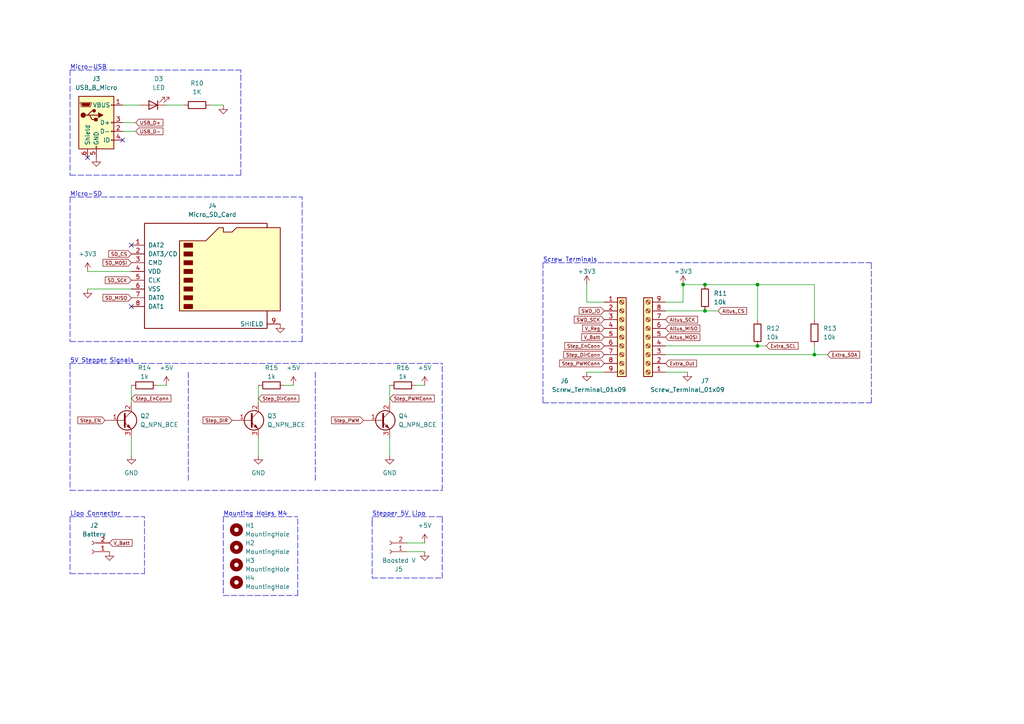
<source format=kicad_sch>
(kicad_sch (version 20211123) (generator eeschema)

  (uuid d0699745-6077-4aeb-a0f0-3cb8126d2ac9)

  (paper "A4")

  (title_block
    (title "Airbrake Flight Controller")
    (date "2022-04-16")
    (rev "V1")
    (company "Dylan Gore")
  )

  (lib_symbols
    (symbol "Connector:Conn_01x02_Female" (pin_names (offset 1.016) hide) (in_bom yes) (on_board yes)
      (property "Reference" "J" (id 0) (at 0 2.54 0)
        (effects (font (size 1.27 1.27)))
      )
      (property "Value" "Conn_01x02_Female" (id 1) (at 0 -5.08 0)
        (effects (font (size 1.27 1.27)))
      )
      (property "Footprint" "" (id 2) (at 0 0 0)
        (effects (font (size 1.27 1.27)) hide)
      )
      (property "Datasheet" "~" (id 3) (at 0 0 0)
        (effects (font (size 1.27 1.27)) hide)
      )
      (property "ki_keywords" "connector" (id 4) (at 0 0 0)
        (effects (font (size 1.27 1.27)) hide)
      )
      (property "ki_description" "Generic connector, single row, 01x02, script generated (kicad-library-utils/schlib/autogen/connector/)" (id 5) (at 0 0 0)
        (effects (font (size 1.27 1.27)) hide)
      )
      (property "ki_fp_filters" "Connector*:*_1x??_*" (id 6) (at 0 0 0)
        (effects (font (size 1.27 1.27)) hide)
      )
      (symbol "Conn_01x02_Female_1_1"
        (arc (start 0 -2.032) (mid -0.508 -2.54) (end 0 -3.048)
          (stroke (width 0.1524) (type default) (color 0 0 0 0))
          (fill (type none))
        )
        (polyline
          (pts
            (xy -1.27 -2.54)
            (xy -0.508 -2.54)
          )
          (stroke (width 0.1524) (type default) (color 0 0 0 0))
          (fill (type none))
        )
        (polyline
          (pts
            (xy -1.27 0)
            (xy -0.508 0)
          )
          (stroke (width 0.1524) (type default) (color 0 0 0 0))
          (fill (type none))
        )
        (arc (start 0 0.508) (mid -0.508 0) (end 0 -0.508)
          (stroke (width 0.1524) (type default) (color 0 0 0 0))
          (fill (type none))
        )
        (pin passive line (at -5.08 0 0) (length 3.81)
          (name "Pin_1" (effects (font (size 1.27 1.27))))
          (number "1" (effects (font (size 1.27 1.27))))
        )
        (pin passive line (at -5.08 -2.54 0) (length 3.81)
          (name "Pin_2" (effects (font (size 1.27 1.27))))
          (number "2" (effects (font (size 1.27 1.27))))
        )
      )
    )
    (symbol "Connector:Micro_SD_Card" (pin_names (offset 1.016)) (in_bom yes) (on_board yes)
      (property "Reference" "J" (id 0) (at -16.51 15.24 0)
        (effects (font (size 1.27 1.27)))
      )
      (property "Value" "Micro_SD_Card" (id 1) (at 16.51 15.24 0)
        (effects (font (size 1.27 1.27)) (justify right))
      )
      (property "Footprint" "" (id 2) (at 29.21 7.62 0)
        (effects (font (size 1.27 1.27)) hide)
      )
      (property "Datasheet" "http://katalog.we-online.de/em/datasheet/693072010801.pdf" (id 3) (at 0 0 0)
        (effects (font (size 1.27 1.27)) hide)
      )
      (property "ki_keywords" "connector SD microsd" (id 4) (at 0 0 0)
        (effects (font (size 1.27 1.27)) hide)
      )
      (property "ki_description" "Micro SD Card Socket" (id 5) (at 0 0 0)
        (effects (font (size 1.27 1.27)) hide)
      )
      (property "ki_fp_filters" "microSD*" (id 6) (at 0 0 0)
        (effects (font (size 1.27 1.27)) hide)
      )
      (symbol "Micro_SD_Card_0_1"
        (rectangle (start -7.62 -9.525) (end -5.08 -10.795)
          (stroke (width 0) (type default) (color 0 0 0 0))
          (fill (type outline))
        )
        (rectangle (start -7.62 -6.985) (end -5.08 -8.255)
          (stroke (width 0) (type default) (color 0 0 0 0))
          (fill (type outline))
        )
        (rectangle (start -7.62 -4.445) (end -5.08 -5.715)
          (stroke (width 0) (type default) (color 0 0 0 0))
          (fill (type outline))
        )
        (rectangle (start -7.62 -1.905) (end -5.08 -3.175)
          (stroke (width 0) (type default) (color 0 0 0 0))
          (fill (type outline))
        )
        (rectangle (start -7.62 0.635) (end -5.08 -0.635)
          (stroke (width 0) (type default) (color 0 0 0 0))
          (fill (type outline))
        )
        (rectangle (start -7.62 3.175) (end -5.08 1.905)
          (stroke (width 0) (type default) (color 0 0 0 0))
          (fill (type outline))
        )
        (rectangle (start -7.62 5.715) (end -5.08 4.445)
          (stroke (width 0) (type default) (color 0 0 0 0))
          (fill (type outline))
        )
        (rectangle (start -7.62 8.255) (end -5.08 6.985)
          (stroke (width 0) (type default) (color 0 0 0 0))
          (fill (type outline))
        )
        (polyline
          (pts
            (xy 16.51 12.7)
            (xy 16.51 13.97)
            (xy -19.05 13.97)
            (xy -19.05 -16.51)
            (xy 16.51 -16.51)
            (xy 16.51 -11.43)
          )
          (stroke (width 0.254) (type default) (color 0 0 0 0))
          (fill (type none))
        )
        (polyline
          (pts
            (xy -8.89 -11.43)
            (xy -8.89 8.89)
            (xy -1.27 8.89)
            (xy 2.54 12.7)
            (xy 3.81 12.7)
            (xy 3.81 11.43)
            (xy 6.35 11.43)
            (xy 7.62 12.7)
            (xy 20.32 12.7)
            (xy 20.32 -11.43)
            (xy -8.89 -11.43)
          )
          (stroke (width 0.254) (type default) (color 0 0 0 0))
          (fill (type background))
        )
      )
      (symbol "Micro_SD_Card_1_1"
        (pin bidirectional line (at -22.86 7.62 0) (length 3.81)
          (name "DAT2" (effects (font (size 1.27 1.27))))
          (number "1" (effects (font (size 1.27 1.27))))
        )
        (pin bidirectional line (at -22.86 5.08 0) (length 3.81)
          (name "DAT3/CD" (effects (font (size 1.27 1.27))))
          (number "2" (effects (font (size 1.27 1.27))))
        )
        (pin input line (at -22.86 2.54 0) (length 3.81)
          (name "CMD" (effects (font (size 1.27 1.27))))
          (number "3" (effects (font (size 1.27 1.27))))
        )
        (pin power_in line (at -22.86 0 0) (length 3.81)
          (name "VDD" (effects (font (size 1.27 1.27))))
          (number "4" (effects (font (size 1.27 1.27))))
        )
        (pin input line (at -22.86 -2.54 0) (length 3.81)
          (name "CLK" (effects (font (size 1.27 1.27))))
          (number "5" (effects (font (size 1.27 1.27))))
        )
        (pin power_in line (at -22.86 -5.08 0) (length 3.81)
          (name "VSS" (effects (font (size 1.27 1.27))))
          (number "6" (effects (font (size 1.27 1.27))))
        )
        (pin bidirectional line (at -22.86 -7.62 0) (length 3.81)
          (name "DAT0" (effects (font (size 1.27 1.27))))
          (number "7" (effects (font (size 1.27 1.27))))
        )
        (pin bidirectional line (at -22.86 -10.16 0) (length 3.81)
          (name "DAT1" (effects (font (size 1.27 1.27))))
          (number "8" (effects (font (size 1.27 1.27))))
        )
        (pin passive line (at 20.32 -15.24 180) (length 3.81)
          (name "SHIELD" (effects (font (size 1.27 1.27))))
          (number "9" (effects (font (size 1.27 1.27))))
        )
      )
    )
    (symbol "Connector:Screw_Terminal_01x09" (pin_names (offset 1.016) hide) (in_bom yes) (on_board yes)
      (property "Reference" "J" (id 0) (at 0 12.7 0)
        (effects (font (size 1.27 1.27)))
      )
      (property "Value" "Screw_Terminal_01x09" (id 1) (at 0 -12.7 0)
        (effects (font (size 1.27 1.27)))
      )
      (property "Footprint" "" (id 2) (at 0 0 0)
        (effects (font (size 1.27 1.27)) hide)
      )
      (property "Datasheet" "~" (id 3) (at 0 0 0)
        (effects (font (size 1.27 1.27)) hide)
      )
      (property "ki_keywords" "screw terminal" (id 4) (at 0 0 0)
        (effects (font (size 1.27 1.27)) hide)
      )
      (property "ki_description" "Generic screw terminal, single row, 01x09, script generated (kicad-library-utils/schlib/autogen/connector/)" (id 5) (at 0 0 0)
        (effects (font (size 1.27 1.27)) hide)
      )
      (property "ki_fp_filters" "TerminalBlock*:*" (id 6) (at 0 0 0)
        (effects (font (size 1.27 1.27)) hide)
      )
      (symbol "Screw_Terminal_01x09_1_1"
        (rectangle (start -1.27 11.43) (end 1.27 -11.43)
          (stroke (width 0.254) (type default) (color 0 0 0 0))
          (fill (type background))
        )
        (circle (center 0 -10.16) (radius 0.635)
          (stroke (width 0.1524) (type default) (color 0 0 0 0))
          (fill (type none))
        )
        (circle (center 0 -7.62) (radius 0.635)
          (stroke (width 0.1524) (type default) (color 0 0 0 0))
          (fill (type none))
        )
        (circle (center 0 -5.08) (radius 0.635)
          (stroke (width 0.1524) (type default) (color 0 0 0 0))
          (fill (type none))
        )
        (circle (center 0 -2.54) (radius 0.635)
          (stroke (width 0.1524) (type default) (color 0 0 0 0))
          (fill (type none))
        )
        (polyline
          (pts
            (xy -0.5334 -9.8298)
            (xy 0.3302 -10.668)
          )
          (stroke (width 0.1524) (type default) (color 0 0 0 0))
          (fill (type none))
        )
        (polyline
          (pts
            (xy -0.5334 -7.2898)
            (xy 0.3302 -8.128)
          )
          (stroke (width 0.1524) (type default) (color 0 0 0 0))
          (fill (type none))
        )
        (polyline
          (pts
            (xy -0.5334 -4.7498)
            (xy 0.3302 -5.588)
          )
          (stroke (width 0.1524) (type default) (color 0 0 0 0))
          (fill (type none))
        )
        (polyline
          (pts
            (xy -0.5334 -2.2098)
            (xy 0.3302 -3.048)
          )
          (stroke (width 0.1524) (type default) (color 0 0 0 0))
          (fill (type none))
        )
        (polyline
          (pts
            (xy -0.5334 0.3302)
            (xy 0.3302 -0.508)
          )
          (stroke (width 0.1524) (type default) (color 0 0 0 0))
          (fill (type none))
        )
        (polyline
          (pts
            (xy -0.5334 2.8702)
            (xy 0.3302 2.032)
          )
          (stroke (width 0.1524) (type default) (color 0 0 0 0))
          (fill (type none))
        )
        (polyline
          (pts
            (xy -0.5334 5.4102)
            (xy 0.3302 4.572)
          )
          (stroke (width 0.1524) (type default) (color 0 0 0 0))
          (fill (type none))
        )
        (polyline
          (pts
            (xy -0.5334 7.9502)
            (xy 0.3302 7.112)
          )
          (stroke (width 0.1524) (type default) (color 0 0 0 0))
          (fill (type none))
        )
        (polyline
          (pts
            (xy -0.5334 10.4902)
            (xy 0.3302 9.652)
          )
          (stroke (width 0.1524) (type default) (color 0 0 0 0))
          (fill (type none))
        )
        (polyline
          (pts
            (xy -0.3556 -9.652)
            (xy 0.508 -10.4902)
          )
          (stroke (width 0.1524) (type default) (color 0 0 0 0))
          (fill (type none))
        )
        (polyline
          (pts
            (xy -0.3556 -7.112)
            (xy 0.508 -7.9502)
          )
          (stroke (width 0.1524) (type default) (color 0 0 0 0))
          (fill (type none))
        )
        (polyline
          (pts
            (xy -0.3556 -4.572)
            (xy 0.508 -5.4102)
          )
          (stroke (width 0.1524) (type default) (color 0 0 0 0))
          (fill (type none))
        )
        (polyline
          (pts
            (xy -0.3556 -2.032)
            (xy 0.508 -2.8702)
          )
          (stroke (width 0.1524) (type default) (color 0 0 0 0))
          (fill (type none))
        )
        (polyline
          (pts
            (xy -0.3556 0.508)
            (xy 0.508 -0.3302)
          )
          (stroke (width 0.1524) (type default) (color 0 0 0 0))
          (fill (type none))
        )
        (polyline
          (pts
            (xy -0.3556 3.048)
            (xy 0.508 2.2098)
          )
          (stroke (width 0.1524) (type default) (color 0 0 0 0))
          (fill (type none))
        )
        (polyline
          (pts
            (xy -0.3556 5.588)
            (xy 0.508 4.7498)
          )
          (stroke (width 0.1524) (type default) (color 0 0 0 0))
          (fill (type none))
        )
        (polyline
          (pts
            (xy -0.3556 8.128)
            (xy 0.508 7.2898)
          )
          (stroke (width 0.1524) (type default) (color 0 0 0 0))
          (fill (type none))
        )
        (polyline
          (pts
            (xy -0.3556 10.668)
            (xy 0.508 9.8298)
          )
          (stroke (width 0.1524) (type default) (color 0 0 0 0))
          (fill (type none))
        )
        (circle (center 0 0) (radius 0.635)
          (stroke (width 0.1524) (type default) (color 0 0 0 0))
          (fill (type none))
        )
        (circle (center 0 2.54) (radius 0.635)
          (stroke (width 0.1524) (type default) (color 0 0 0 0))
          (fill (type none))
        )
        (circle (center 0 5.08) (radius 0.635)
          (stroke (width 0.1524) (type default) (color 0 0 0 0))
          (fill (type none))
        )
        (circle (center 0 7.62) (radius 0.635)
          (stroke (width 0.1524) (type default) (color 0 0 0 0))
          (fill (type none))
        )
        (circle (center 0 10.16) (radius 0.635)
          (stroke (width 0.1524) (type default) (color 0 0 0 0))
          (fill (type none))
        )
        (pin passive line (at -5.08 10.16 0) (length 3.81)
          (name "Pin_1" (effects (font (size 1.27 1.27))))
          (number "1" (effects (font (size 1.27 1.27))))
        )
        (pin passive line (at -5.08 7.62 0) (length 3.81)
          (name "Pin_2" (effects (font (size 1.27 1.27))))
          (number "2" (effects (font (size 1.27 1.27))))
        )
        (pin passive line (at -5.08 5.08 0) (length 3.81)
          (name "Pin_3" (effects (font (size 1.27 1.27))))
          (number "3" (effects (font (size 1.27 1.27))))
        )
        (pin passive line (at -5.08 2.54 0) (length 3.81)
          (name "Pin_4" (effects (font (size 1.27 1.27))))
          (number "4" (effects (font (size 1.27 1.27))))
        )
        (pin passive line (at -5.08 0 0) (length 3.81)
          (name "Pin_5" (effects (font (size 1.27 1.27))))
          (number "5" (effects (font (size 1.27 1.27))))
        )
        (pin passive line (at -5.08 -2.54 0) (length 3.81)
          (name "Pin_6" (effects (font (size 1.27 1.27))))
          (number "6" (effects (font (size 1.27 1.27))))
        )
        (pin passive line (at -5.08 -5.08 0) (length 3.81)
          (name "Pin_7" (effects (font (size 1.27 1.27))))
          (number "7" (effects (font (size 1.27 1.27))))
        )
        (pin passive line (at -5.08 -7.62 0) (length 3.81)
          (name "Pin_8" (effects (font (size 1.27 1.27))))
          (number "8" (effects (font (size 1.27 1.27))))
        )
        (pin passive line (at -5.08 -10.16 0) (length 3.81)
          (name "Pin_9" (effects (font (size 1.27 1.27))))
          (number "9" (effects (font (size 1.27 1.27))))
        )
      )
    )
    (symbol "Connector:USB_B_Micro" (pin_names (offset 1.016)) (in_bom yes) (on_board yes)
      (property "Reference" "J" (id 0) (at -5.08 11.43 0)
        (effects (font (size 1.27 1.27)) (justify left))
      )
      (property "Value" "USB_B_Micro" (id 1) (at -5.08 8.89 0)
        (effects (font (size 1.27 1.27)) (justify left))
      )
      (property "Footprint" "" (id 2) (at 3.81 -1.27 0)
        (effects (font (size 1.27 1.27)) hide)
      )
      (property "Datasheet" "~" (id 3) (at 3.81 -1.27 0)
        (effects (font (size 1.27 1.27)) hide)
      )
      (property "ki_keywords" "connector USB micro" (id 4) (at 0 0 0)
        (effects (font (size 1.27 1.27)) hide)
      )
      (property "ki_description" "USB Micro Type B connector" (id 5) (at 0 0 0)
        (effects (font (size 1.27 1.27)) hide)
      )
      (property "ki_fp_filters" "USB*" (id 6) (at 0 0 0)
        (effects (font (size 1.27 1.27)) hide)
      )
      (symbol "USB_B_Micro_0_1"
        (rectangle (start -5.08 -7.62) (end 5.08 7.62)
          (stroke (width 0.254) (type default) (color 0 0 0 0))
          (fill (type background))
        )
        (circle (center -3.81 2.159) (radius 0.635)
          (stroke (width 0.254) (type default) (color 0 0 0 0))
          (fill (type outline))
        )
        (circle (center -0.635 3.429) (radius 0.381)
          (stroke (width 0.254) (type default) (color 0 0 0 0))
          (fill (type outline))
        )
        (rectangle (start -0.127 -7.62) (end 0.127 -6.858)
          (stroke (width 0) (type default) (color 0 0 0 0))
          (fill (type none))
        )
        (polyline
          (pts
            (xy -1.905 2.159)
            (xy 0.635 2.159)
          )
          (stroke (width 0.254) (type default) (color 0 0 0 0))
          (fill (type none))
        )
        (polyline
          (pts
            (xy -3.175 2.159)
            (xy -2.54 2.159)
            (xy -1.27 3.429)
            (xy -0.635 3.429)
          )
          (stroke (width 0.254) (type default) (color 0 0 0 0))
          (fill (type none))
        )
        (polyline
          (pts
            (xy -2.54 2.159)
            (xy -1.905 2.159)
            (xy -1.27 0.889)
            (xy 0 0.889)
          )
          (stroke (width 0.254) (type default) (color 0 0 0 0))
          (fill (type none))
        )
        (polyline
          (pts
            (xy 0.635 2.794)
            (xy 0.635 1.524)
            (xy 1.905 2.159)
            (xy 0.635 2.794)
          )
          (stroke (width 0.254) (type default) (color 0 0 0 0))
          (fill (type outline))
        )
        (polyline
          (pts
            (xy -4.318 5.588)
            (xy -1.778 5.588)
            (xy -2.032 4.826)
            (xy -4.064 4.826)
            (xy -4.318 5.588)
          )
          (stroke (width 0) (type default) (color 0 0 0 0))
          (fill (type outline))
        )
        (polyline
          (pts
            (xy -4.699 5.842)
            (xy -4.699 5.588)
            (xy -4.445 4.826)
            (xy -4.445 4.572)
            (xy -1.651 4.572)
            (xy -1.651 4.826)
            (xy -1.397 5.588)
            (xy -1.397 5.842)
            (xy -4.699 5.842)
          )
          (stroke (width 0) (type default) (color 0 0 0 0))
          (fill (type none))
        )
        (rectangle (start 0.254 1.27) (end -0.508 0.508)
          (stroke (width 0.254) (type default) (color 0 0 0 0))
          (fill (type outline))
        )
        (rectangle (start 5.08 -5.207) (end 4.318 -4.953)
          (stroke (width 0) (type default) (color 0 0 0 0))
          (fill (type none))
        )
        (rectangle (start 5.08 -2.667) (end 4.318 -2.413)
          (stroke (width 0) (type default) (color 0 0 0 0))
          (fill (type none))
        )
        (rectangle (start 5.08 -0.127) (end 4.318 0.127)
          (stroke (width 0) (type default) (color 0 0 0 0))
          (fill (type none))
        )
        (rectangle (start 5.08 4.953) (end 4.318 5.207)
          (stroke (width 0) (type default) (color 0 0 0 0))
          (fill (type none))
        )
      )
      (symbol "USB_B_Micro_1_1"
        (pin power_out line (at 7.62 5.08 180) (length 2.54)
          (name "VBUS" (effects (font (size 1.27 1.27))))
          (number "1" (effects (font (size 1.27 1.27))))
        )
        (pin bidirectional line (at 7.62 -2.54 180) (length 2.54)
          (name "D-" (effects (font (size 1.27 1.27))))
          (number "2" (effects (font (size 1.27 1.27))))
        )
        (pin bidirectional line (at 7.62 0 180) (length 2.54)
          (name "D+" (effects (font (size 1.27 1.27))))
          (number "3" (effects (font (size 1.27 1.27))))
        )
        (pin passive line (at 7.62 -5.08 180) (length 2.54)
          (name "ID" (effects (font (size 1.27 1.27))))
          (number "4" (effects (font (size 1.27 1.27))))
        )
        (pin power_out line (at 0 -10.16 90) (length 2.54)
          (name "GND" (effects (font (size 1.27 1.27))))
          (number "5" (effects (font (size 1.27 1.27))))
        )
        (pin passive line (at -2.54 -10.16 90) (length 2.54)
          (name "Shield" (effects (font (size 1.27 1.27))))
          (number "6" (effects (font (size 1.27 1.27))))
        )
      )
    )
    (symbol "Device:LED" (pin_numbers hide) (pin_names (offset 1.016) hide) (in_bom yes) (on_board yes)
      (property "Reference" "D" (id 0) (at 0 2.54 0)
        (effects (font (size 1.27 1.27)))
      )
      (property "Value" "LED" (id 1) (at 0 -2.54 0)
        (effects (font (size 1.27 1.27)))
      )
      (property "Footprint" "" (id 2) (at 0 0 0)
        (effects (font (size 1.27 1.27)) hide)
      )
      (property "Datasheet" "~" (id 3) (at 0 0 0)
        (effects (font (size 1.27 1.27)) hide)
      )
      (property "ki_keywords" "LED diode" (id 4) (at 0 0 0)
        (effects (font (size 1.27 1.27)) hide)
      )
      (property "ki_description" "Light emitting diode" (id 5) (at 0 0 0)
        (effects (font (size 1.27 1.27)) hide)
      )
      (property "ki_fp_filters" "LED* LED_SMD:* LED_THT:*" (id 6) (at 0 0 0)
        (effects (font (size 1.27 1.27)) hide)
      )
      (symbol "LED_0_1"
        (polyline
          (pts
            (xy -1.27 -1.27)
            (xy -1.27 1.27)
          )
          (stroke (width 0.254) (type default) (color 0 0 0 0))
          (fill (type none))
        )
        (polyline
          (pts
            (xy -1.27 0)
            (xy 1.27 0)
          )
          (stroke (width 0) (type default) (color 0 0 0 0))
          (fill (type none))
        )
        (polyline
          (pts
            (xy 1.27 -1.27)
            (xy 1.27 1.27)
            (xy -1.27 0)
            (xy 1.27 -1.27)
          )
          (stroke (width 0.254) (type default) (color 0 0 0 0))
          (fill (type none))
        )
        (polyline
          (pts
            (xy -3.048 -0.762)
            (xy -4.572 -2.286)
            (xy -3.81 -2.286)
            (xy -4.572 -2.286)
            (xy -4.572 -1.524)
          )
          (stroke (width 0) (type default) (color 0 0 0 0))
          (fill (type none))
        )
        (polyline
          (pts
            (xy -1.778 -0.762)
            (xy -3.302 -2.286)
            (xy -2.54 -2.286)
            (xy -3.302 -2.286)
            (xy -3.302 -1.524)
          )
          (stroke (width 0) (type default) (color 0 0 0 0))
          (fill (type none))
        )
      )
      (symbol "LED_1_1"
        (pin passive line (at -3.81 0 0) (length 2.54)
          (name "K" (effects (font (size 1.27 1.27))))
          (number "1" (effects (font (size 1.27 1.27))))
        )
        (pin passive line (at 3.81 0 180) (length 2.54)
          (name "A" (effects (font (size 1.27 1.27))))
          (number "2" (effects (font (size 1.27 1.27))))
        )
      )
    )
    (symbol "Device:Q_NPN_BCE" (pin_names (offset 0) hide) (in_bom yes) (on_board yes)
      (property "Reference" "Q" (id 0) (at 5.08 1.27 0)
        (effects (font (size 1.27 1.27)) (justify left))
      )
      (property "Value" "Q_NPN_BCE" (id 1) (at 5.08 -1.27 0)
        (effects (font (size 1.27 1.27)) (justify left))
      )
      (property "Footprint" "" (id 2) (at 5.08 2.54 0)
        (effects (font (size 1.27 1.27)) hide)
      )
      (property "Datasheet" "~" (id 3) (at 0 0 0)
        (effects (font (size 1.27 1.27)) hide)
      )
      (property "ki_keywords" "transistor NPN" (id 4) (at 0 0 0)
        (effects (font (size 1.27 1.27)) hide)
      )
      (property "ki_description" "NPN transistor, base/collector/emitter" (id 5) (at 0 0 0)
        (effects (font (size 1.27 1.27)) hide)
      )
      (symbol "Q_NPN_BCE_0_1"
        (polyline
          (pts
            (xy 0.635 0.635)
            (xy 2.54 2.54)
          )
          (stroke (width 0) (type default) (color 0 0 0 0))
          (fill (type none))
        )
        (polyline
          (pts
            (xy 0.635 -0.635)
            (xy 2.54 -2.54)
            (xy 2.54 -2.54)
          )
          (stroke (width 0) (type default) (color 0 0 0 0))
          (fill (type none))
        )
        (polyline
          (pts
            (xy 0.635 1.905)
            (xy 0.635 -1.905)
            (xy 0.635 -1.905)
          )
          (stroke (width 0.508) (type default) (color 0 0 0 0))
          (fill (type none))
        )
        (polyline
          (pts
            (xy 1.27 -1.778)
            (xy 1.778 -1.27)
            (xy 2.286 -2.286)
            (xy 1.27 -1.778)
            (xy 1.27 -1.778)
          )
          (stroke (width 0) (type default) (color 0 0 0 0))
          (fill (type outline))
        )
        (circle (center 1.27 0) (radius 2.8194)
          (stroke (width 0.254) (type default) (color 0 0 0 0))
          (fill (type none))
        )
      )
      (symbol "Q_NPN_BCE_1_1"
        (pin input line (at -5.08 0 0) (length 5.715)
          (name "B" (effects (font (size 1.27 1.27))))
          (number "1" (effects (font (size 1.27 1.27))))
        )
        (pin passive line (at 2.54 5.08 270) (length 2.54)
          (name "C" (effects (font (size 1.27 1.27))))
          (number "2" (effects (font (size 1.27 1.27))))
        )
        (pin passive line (at 2.54 -5.08 90) (length 2.54)
          (name "E" (effects (font (size 1.27 1.27))))
          (number "3" (effects (font (size 1.27 1.27))))
        )
      )
    )
    (symbol "Device:R" (pin_numbers hide) (pin_names (offset 0)) (in_bom yes) (on_board yes)
      (property "Reference" "R" (id 0) (at 2.032 0 90)
        (effects (font (size 1.27 1.27)))
      )
      (property "Value" "R" (id 1) (at 0 0 90)
        (effects (font (size 1.27 1.27)))
      )
      (property "Footprint" "" (id 2) (at -1.778 0 90)
        (effects (font (size 1.27 1.27)) hide)
      )
      (property "Datasheet" "~" (id 3) (at 0 0 0)
        (effects (font (size 1.27 1.27)) hide)
      )
      (property "ki_keywords" "R res resistor" (id 4) (at 0 0 0)
        (effects (font (size 1.27 1.27)) hide)
      )
      (property "ki_description" "Resistor" (id 5) (at 0 0 0)
        (effects (font (size 1.27 1.27)) hide)
      )
      (property "ki_fp_filters" "R_*" (id 6) (at 0 0 0)
        (effects (font (size 1.27 1.27)) hide)
      )
      (symbol "R_0_1"
        (rectangle (start -1.016 -2.54) (end 1.016 2.54)
          (stroke (width 0.254) (type default) (color 0 0 0 0))
          (fill (type none))
        )
      )
      (symbol "R_1_1"
        (pin passive line (at 0 3.81 270) (length 1.27)
          (name "~" (effects (font (size 1.27 1.27))))
          (number "1" (effects (font (size 1.27 1.27))))
        )
        (pin passive line (at 0 -3.81 90) (length 1.27)
          (name "~" (effects (font (size 1.27 1.27))))
          (number "2" (effects (font (size 1.27 1.27))))
        )
      )
    )
    (symbol "Mechanical:MountingHole" (pin_names (offset 1.016)) (in_bom yes) (on_board yes)
      (property "Reference" "H" (id 0) (at 0 5.08 0)
        (effects (font (size 1.27 1.27)))
      )
      (property "Value" "MountingHole" (id 1) (at 0 3.175 0)
        (effects (font (size 1.27 1.27)))
      )
      (property "Footprint" "" (id 2) (at 0 0 0)
        (effects (font (size 1.27 1.27)) hide)
      )
      (property "Datasheet" "~" (id 3) (at 0 0 0)
        (effects (font (size 1.27 1.27)) hide)
      )
      (property "ki_keywords" "mounting hole" (id 4) (at 0 0 0)
        (effects (font (size 1.27 1.27)) hide)
      )
      (property "ki_description" "Mounting Hole without connection" (id 5) (at 0 0 0)
        (effects (font (size 1.27 1.27)) hide)
      )
      (property "ki_fp_filters" "MountingHole*" (id 6) (at 0 0 0)
        (effects (font (size 1.27 1.27)) hide)
      )
      (symbol "MountingHole_0_1"
        (circle (center 0 0) (radius 1.27)
          (stroke (width 1.27) (type default) (color 0 0 0 0))
          (fill (type none))
        )
      )
    )
    (symbol "power:+3.3V" (power) (pin_names (offset 0)) (in_bom yes) (on_board yes)
      (property "Reference" "#PWR" (id 0) (at 0 -3.81 0)
        (effects (font (size 1.27 1.27)) hide)
      )
      (property "Value" "+3.3V" (id 1) (at 0 3.556 0)
        (effects (font (size 1.27 1.27)))
      )
      (property "Footprint" "" (id 2) (at 0 0 0)
        (effects (font (size 1.27 1.27)) hide)
      )
      (property "Datasheet" "" (id 3) (at 0 0 0)
        (effects (font (size 1.27 1.27)) hide)
      )
      (property "ki_keywords" "power-flag" (id 4) (at 0 0 0)
        (effects (font (size 1.27 1.27)) hide)
      )
      (property "ki_description" "Power symbol creates a global label with name \"+3.3V\"" (id 5) (at 0 0 0)
        (effects (font (size 1.27 1.27)) hide)
      )
      (symbol "+3.3V_0_1"
        (polyline
          (pts
            (xy -0.762 1.27)
            (xy 0 2.54)
          )
          (stroke (width 0) (type default) (color 0 0 0 0))
          (fill (type none))
        )
        (polyline
          (pts
            (xy 0 0)
            (xy 0 2.54)
          )
          (stroke (width 0) (type default) (color 0 0 0 0))
          (fill (type none))
        )
        (polyline
          (pts
            (xy 0 2.54)
            (xy 0.762 1.27)
          )
          (stroke (width 0) (type default) (color 0 0 0 0))
          (fill (type none))
        )
      )
      (symbol "+3.3V_1_1"
        (pin power_in line (at 0 0 90) (length 0) hide
          (name "+3V3" (effects (font (size 1.27 1.27))))
          (number "1" (effects (font (size 1.27 1.27))))
        )
      )
    )
    (symbol "power:+5V" (power) (pin_names (offset 0)) (in_bom yes) (on_board yes)
      (property "Reference" "#PWR" (id 0) (at 0 -3.81 0)
        (effects (font (size 1.27 1.27)) hide)
      )
      (property "Value" "+5V" (id 1) (at 0 3.556 0)
        (effects (font (size 1.27 1.27)))
      )
      (property "Footprint" "" (id 2) (at 0 0 0)
        (effects (font (size 1.27 1.27)) hide)
      )
      (property "Datasheet" "" (id 3) (at 0 0 0)
        (effects (font (size 1.27 1.27)) hide)
      )
      (property "ki_keywords" "power-flag" (id 4) (at 0 0 0)
        (effects (font (size 1.27 1.27)) hide)
      )
      (property "ki_description" "Power symbol creates a global label with name \"+5V\"" (id 5) (at 0 0 0)
        (effects (font (size 1.27 1.27)) hide)
      )
      (symbol "+5V_0_1"
        (polyline
          (pts
            (xy -0.762 1.27)
            (xy 0 2.54)
          )
          (stroke (width 0) (type default) (color 0 0 0 0))
          (fill (type none))
        )
        (polyline
          (pts
            (xy 0 0)
            (xy 0 2.54)
          )
          (stroke (width 0) (type default) (color 0 0 0 0))
          (fill (type none))
        )
        (polyline
          (pts
            (xy 0 2.54)
            (xy 0.762 1.27)
          )
          (stroke (width 0) (type default) (color 0 0 0 0))
          (fill (type none))
        )
      )
      (symbol "+5V_1_1"
        (pin power_in line (at 0 0 90) (length 0) hide
          (name "+5V" (effects (font (size 1.27 1.27))))
          (number "1" (effects (font (size 1.27 1.27))))
        )
      )
    )
    (symbol "power:GND" (power) (pin_names (offset 0)) (in_bom yes) (on_board yes)
      (property "Reference" "#PWR" (id 0) (at 0 -6.35 0)
        (effects (font (size 1.27 1.27)) hide)
      )
      (property "Value" "GND" (id 1) (at 0 -3.81 0)
        (effects (font (size 1.27 1.27)))
      )
      (property "Footprint" "" (id 2) (at 0 0 0)
        (effects (font (size 1.27 1.27)) hide)
      )
      (property "Datasheet" "" (id 3) (at 0 0 0)
        (effects (font (size 1.27 1.27)) hide)
      )
      (property "ki_keywords" "power-flag" (id 4) (at 0 0 0)
        (effects (font (size 1.27 1.27)) hide)
      )
      (property "ki_description" "Power symbol creates a global label with name \"GND\" , ground" (id 5) (at 0 0 0)
        (effects (font (size 1.27 1.27)) hide)
      )
      (symbol "GND_0_1"
        (polyline
          (pts
            (xy 0 0)
            (xy 0 -1.27)
            (xy 1.27 -1.27)
            (xy 0 -2.54)
            (xy -1.27 -1.27)
            (xy 0 -1.27)
          )
          (stroke (width 0) (type default) (color 0 0 0 0))
          (fill (type none))
        )
      )
      (symbol "GND_1_1"
        (pin power_in line (at 0 0 270) (length 0) hide
          (name "GND" (effects (font (size 1.27 1.27))))
          (number "1" (effects (font (size 1.27 1.27))))
        )
      )
    )
  )

  (junction (at 219.71 100.33) (diameter 0) (color 0 0 0 0)
    (uuid 513dd90e-cdaa-4e2d-ace5-cc35c14db0f7)
  )
  (junction (at 219.71 82.55) (diameter 0) (color 0 0 0 0)
    (uuid 8186863c-eada-4322-adf7-0232e1bd8d37)
  )
  (junction (at 204.47 82.55) (diameter 0) (color 0 0 0 0)
    (uuid 96240cc2-b9c6-4482-9f71-5cfdf692c1b2)
  )
  (junction (at 198.12 82.55) (diameter 0) (color 0 0 0 0)
    (uuid b59c3efe-352f-4864-9a7c-d6919561b909)
  )
  (junction (at 236.22 102.87) (diameter 0) (color 0 0 0 0)
    (uuid e4c352ed-2dbc-4193-b3e5-afa5b5dbad3b)
  )
  (junction (at 204.47 90.17) (diameter 0) (color 0 0 0 0)
    (uuid e5d09e18-f49a-44b1-93cc-1e976fcdc7b4)
  )

  (no_connect (at 35.56 40.64) (uuid 583431fd-b926-4be4-a019-b48d7974eded))
  (no_connect (at 38.1 71.12) (uuid daeebe6f-cccf-46d3-aa3b-bfd680ff4709))
  (no_connect (at 38.1 88.9) (uuid daeebe6f-cccf-46d3-aa3b-bfd680ff470a))
  (no_connect (at 25.4 45.72) (uuid fdb530c4-241d-483c-9a38-56ae98fbd4a9))

  (wire (pts (xy 45.72 111.76) (xy 48.26 111.76))
    (stroke (width 0) (type default) (color 0 0 0 0))
    (uuid 05c04cdf-5d12-4557-b461-690cd589c063)
  )
  (wire (pts (xy 219.71 100.33) (xy 222.25 100.33))
    (stroke (width 0) (type default) (color 0 0 0 0))
    (uuid 05cfbc49-9a4c-48f2-a99e-0404e71ea4d2)
  )
  (polyline (pts (xy 157.48 76.2) (xy 252.73 76.2))
    (stroke (width 0) (type default) (color 0 0 0 0))
    (uuid 07baece0-be7d-42af-98cf-54a0d79d61ef)
  )
  (polyline (pts (xy 128.27 149.86) (xy 107.95 149.86))
    (stroke (width 0) (type default) (color 0 0 0 0))
    (uuid 09cf3431-ea85-4995-8683-7fb8e85674b9)
  )
  (polyline (pts (xy 54.61 107.95) (xy 54.61 139.7))
    (stroke (width 0) (type default) (color 0 0 0 0))
    (uuid 0de84ed1-9009-4348-a0ba-b20c3d4eb2dc)
  )
  (polyline (pts (xy 157.48 76.2) (xy 157.48 116.84))
    (stroke (width 0) (type default) (color 0 0 0 0))
    (uuid 0e1b63de-44fe-465f-84e3-cf003d13b039)
  )
  (polyline (pts (xy 157.48 116.84) (xy 252.73 116.84))
    (stroke (width 0) (type default) (color 0 0 0 0))
    (uuid 0fe5cc66-e401-471d-9c8b-083a792c25b8)
  )

  (wire (pts (xy 236.22 102.87) (xy 236.22 100.33))
    (stroke (width 0) (type default) (color 0 0 0 0))
    (uuid 1827ba77-bbb1-40de-9dc2-1cf416a6ae71)
  )
  (wire (pts (xy 120.65 111.76) (xy 123.19 111.76))
    (stroke (width 0) (type default) (color 0 0 0 0))
    (uuid 1b1c70bd-12b0-48a3-8ddc-773b4168e742)
  )
  (polyline (pts (xy 128.27 142.24) (xy 128.27 105.41))
    (stroke (width 0) (type default) (color 0 0 0 0))
    (uuid 23005107-8f2e-484c-bcf6-b688dbe9f47f)
  )

  (wire (pts (xy 74.93 111.76) (xy 74.93 116.84))
    (stroke (width 0) (type default) (color 0 0 0 0))
    (uuid 28159478-cd1c-440d-9799-2f627f93ffa1)
  )
  (polyline (pts (xy 64.77 149.86) (xy 86.36 149.86))
    (stroke (width 0) (type default) (color 0 0 0 0))
    (uuid 2b67ca34-ccd4-4b22-9c48-8210dc8c148d)
  )
  (polyline (pts (xy 20.32 142.24) (xy 128.27 142.24))
    (stroke (width 0) (type default) (color 0 0 0 0))
    (uuid 2eb0c952-4aa5-4ee1-b2e0-1774b5691df7)
  )

  (wire (pts (xy 118.11 160.02) (xy 123.19 160.02))
    (stroke (width 0) (type default) (color 0 0 0 0))
    (uuid 3033a2dc-5388-4c5f-b2ba-29e4962c5ff5)
  )
  (wire (pts (xy 64.77 30.48) (xy 60.96 30.48))
    (stroke (width 0) (type default) (color 0 0 0 0))
    (uuid 341d4c58-ba41-4e2a-9d07-9d6ac996ac50)
  )
  (polyline (pts (xy 128.27 167.64) (xy 128.27 149.86))
    (stroke (width 0) (type default) (color 0 0 0 0))
    (uuid 343834fd-e020-4b48-b39d-ffcac683bcb9)
  )
  (polyline (pts (xy 20.32 149.86) (xy 20.32 166.37))
    (stroke (width 0) (type default) (color 0 0 0 0))
    (uuid 3d14e0e2-eb58-48a2-a63e-ed6f5c7edeb3)
  )
  (polyline (pts (xy 64.77 172.72) (xy 86.36 172.72))
    (stroke (width 0) (type default) (color 0 0 0 0))
    (uuid 413198fe-9935-4289-8303-f6753b0dcc20)
  )

  (wire (pts (xy 199.39 107.95) (xy 193.04 107.95))
    (stroke (width 0) (type default) (color 0 0 0 0))
    (uuid 454e3405-cd3e-4177-8a50-fcb0daed387a)
  )
  (polyline (pts (xy 20.32 57.15) (xy 87.63 57.15))
    (stroke (width 0) (type default) (color 0 0 0 0))
    (uuid 4640eed0-aeac-4248-a444-af43c1e007ef)
  )

  (wire (pts (xy 236.22 92.71) (xy 236.22 82.55))
    (stroke (width 0) (type default) (color 0 0 0 0))
    (uuid 476e2ad8-a322-45d9-b83f-c5cc2648dd41)
  )
  (polyline (pts (xy 91.44 107.95) (xy 91.44 139.7))
    (stroke (width 0) (type default) (color 0 0 0 0))
    (uuid 479b3e32-6242-4e33-854b-6dc75b70d511)
  )
  (polyline (pts (xy 107.95 167.64) (xy 128.27 167.64))
    (stroke (width 0) (type default) (color 0 0 0 0))
    (uuid 4b7b7063-cd55-41be-9172-540279522247)
  )

  (wire (pts (xy 170.18 82.55) (xy 170.18 87.63))
    (stroke (width 0) (type default) (color 0 0 0 0))
    (uuid 4ba706da-1871-442c-b596-738aefbc4194)
  )
  (wire (pts (xy 193.04 90.17) (xy 204.47 90.17))
    (stroke (width 0) (type default) (color 0 0 0 0))
    (uuid 5122becc-be38-4f70-9c0d-27a204c5c0f7)
  )
  (wire (pts (xy 82.55 111.76) (xy 85.09 111.76))
    (stroke (width 0) (type default) (color 0 0 0 0))
    (uuid 59b7b5e4-bf64-4f67-98bb-3a3f962d8dc8)
  )
  (wire (pts (xy 219.71 92.71) (xy 219.71 82.55))
    (stroke (width 0) (type default) (color 0 0 0 0))
    (uuid 5aac2b6b-0ac5-4dbc-b897-bd16380d2600)
  )
  (polyline (pts (xy 20.32 20.32) (xy 20.32 50.8))
    (stroke (width 0) (type default) (color 0 0 0 0))
    (uuid 5e424a14-29a6-433d-97be-a2543b733df8)
  )

  (wire (pts (xy 198.12 82.55) (xy 204.47 82.55))
    (stroke (width 0) (type default) (color 0 0 0 0))
    (uuid 5f6d90e9-f162-4948-b764-5553cf3af811)
  )
  (polyline (pts (xy 20.32 50.8) (xy 69.85 50.8))
    (stroke (width 0) (type default) (color 0 0 0 0))
    (uuid 6124231b-b270-462b-813a-2eedf57db144)
  )

  (wire (pts (xy 193.04 102.87) (xy 236.22 102.87))
    (stroke (width 0) (type default) (color 0 0 0 0))
    (uuid 643db09b-0b4b-43cc-b00e-887cb9187a31)
  )
  (wire (pts (xy 198.12 87.63) (xy 198.12 82.55))
    (stroke (width 0) (type default) (color 0 0 0 0))
    (uuid 69637f50-3851-4509-ba73-a4d0d6866ad0)
  )
  (wire (pts (xy 35.56 30.48) (xy 40.64 30.48))
    (stroke (width 0) (type default) (color 0 0 0 0))
    (uuid 6d62cac6-24f7-446c-bbc8-51be60af8c1e)
  )
  (wire (pts (xy 25.4 83.82) (xy 38.1 83.82))
    (stroke (width 0) (type default) (color 0 0 0 0))
    (uuid 71ce271a-3f4a-4d2a-8ef5-f7a11a43d984)
  )
  (polyline (pts (xy 86.36 172.72) (xy 86.36 149.86))
    (stroke (width 0) (type default) (color 0 0 0 0))
    (uuid 72327dc2-148b-4ec0-aefd-4e061e3c3cac)
  )

  (wire (pts (xy 113.03 127) (xy 113.03 132.08))
    (stroke (width 0) (type default) (color 0 0 0 0))
    (uuid 82bf7dce-1939-42a5-beee-61a75a999b60)
  )
  (polyline (pts (xy 252.73 116.84) (xy 252.73 76.2))
    (stroke (width 0) (type default) (color 0 0 0 0))
    (uuid 8985cf8d-a68f-40db-92c4-ccc3c5625006)
  )

  (wire (pts (xy 38.1 127) (xy 38.1 132.08))
    (stroke (width 0) (type default) (color 0 0 0 0))
    (uuid 90db8107-76fc-47f6-a05b-75fc69d5c560)
  )
  (polyline (pts (xy 107.95 149.86) (xy 107.95 152.4))
    (stroke (width 0) (type default) (color 0 0 0 0))
    (uuid 97a70f59-438e-4ff4-b9af-33c521622977)
  )
  (polyline (pts (xy 20.32 105.41) (xy 128.27 105.41))
    (stroke (width 0) (type default) (color 0 0 0 0))
    (uuid 9ba057f7-29a3-48dc-ac2e-d347951a1360)
  )
  (polyline (pts (xy 20.32 105.41) (xy 20.32 142.24))
    (stroke (width 0) (type default) (color 0 0 0 0))
    (uuid a4dd33c8-7992-4a59-aa46-b04ec7d3fa34)
  )

  (wire (pts (xy 38.1 111.76) (xy 38.1 116.84))
    (stroke (width 0) (type default) (color 0 0 0 0))
    (uuid a508ceb6-8bf3-4fb7-882f-c5e87e666bfe)
  )
  (polyline (pts (xy 20.32 166.37) (xy 41.91 166.37))
    (stroke (width 0) (type default) (color 0 0 0 0))
    (uuid a5605d5b-2fcc-4013-9105-5dadce1525cc)
  )

  (wire (pts (xy 236.22 82.55) (xy 219.71 82.55))
    (stroke (width 0) (type default) (color 0 0 0 0))
    (uuid a605a1a0-ad46-4aae-8f21-98ed1e3b3e04)
  )
  (wire (pts (xy 204.47 90.17) (xy 208.28 90.17))
    (stroke (width 0) (type default) (color 0 0 0 0))
    (uuid b13e4bbb-86fc-4d60-8d92-62db9d53b1be)
  )
  (wire (pts (xy 35.56 38.1) (xy 39.37 38.1))
    (stroke (width 0) (type default) (color 0 0 0 0))
    (uuid b17ab544-06ef-458f-be3a-031c8c35d24d)
  )
  (wire (pts (xy 118.11 157.48) (xy 123.19 157.48))
    (stroke (width 0) (type default) (color 0 0 0 0))
    (uuid b1a13497-3e76-4f59-b695-b1d09db4382b)
  )
  (wire (pts (xy 219.71 82.55) (xy 204.47 82.55))
    (stroke (width 0) (type default) (color 0 0 0 0))
    (uuid b70ea41b-ea02-4b83-9ff0-454c7ad878c3)
  )
  (wire (pts (xy 74.93 127) (xy 74.93 132.08))
    (stroke (width 0) (type default) (color 0 0 0 0))
    (uuid bf388149-30c3-40fd-aa0b-9999622040ad)
  )
  (polyline (pts (xy 41.91 166.37) (xy 41.91 149.86))
    (stroke (width 0) (type default) (color 0 0 0 0))
    (uuid c3178fd3-ea75-4ca8-81ad-89c79c8c4d92)
  )

  (wire (pts (xy 35.56 35.56) (xy 39.37 35.56))
    (stroke (width 0) (type default) (color 0 0 0 0))
    (uuid cb2e038c-1fa3-46db-ba15-0f935b692544)
  )
  (wire (pts (xy 236.22 102.87) (xy 240.03 102.87))
    (stroke (width 0) (type default) (color 0 0 0 0))
    (uuid cd323042-a8bd-4404-b106-d7cacd5f098b)
  )
  (wire (pts (xy 170.18 107.95) (xy 175.26 107.95))
    (stroke (width 0) (type default) (color 0 0 0 0))
    (uuid d1275567-b1b9-44d4-af3a-adb0eda4e23b)
  )
  (wire (pts (xy 25.4 78.74) (xy 38.1 78.74))
    (stroke (width 0) (type default) (color 0 0 0 0))
    (uuid d585d97f-bbf0-431e-8e1d-99e8b6ec3e9d)
  )
  (polyline (pts (xy 20.32 20.32) (xy 69.85 20.32))
    (stroke (width 0) (type default) (color 0 0 0 0))
    (uuid d5f4d363-74ce-492c-84b2-df215cd16eaa)
  )

  (wire (pts (xy 113.03 111.76) (xy 113.03 116.84))
    (stroke (width 0) (type default) (color 0 0 0 0))
    (uuid d893de9d-ec94-4c42-8f50-ce59d7193d52)
  )
  (polyline (pts (xy 64.77 149.86) (xy 64.77 172.72))
    (stroke (width 0) (type default) (color 0 0 0 0))
    (uuid de7729a4-f528-4b60-904d-225f4f007d7b)
  )
  (polyline (pts (xy 87.63 99.06) (xy 87.63 57.15))
    (stroke (width 0) (type default) (color 0 0 0 0))
    (uuid e2f035b3-70a0-49a9-8fc7-87aa369d7cc2)
  )
  (polyline (pts (xy 69.85 50.8) (xy 69.85 20.32))
    (stroke (width 0) (type default) (color 0 0 0 0))
    (uuid e3d52bab-58e0-4582-9724-72ca844d7c5f)
  )

  (wire (pts (xy 53.34 30.48) (xy 48.26 30.48))
    (stroke (width 0) (type default) (color 0 0 0 0))
    (uuid e8fc201d-8123-49c0-a800-653a8c5f7be7)
  )
  (wire (pts (xy 170.18 87.63) (xy 175.26 87.63))
    (stroke (width 0) (type default) (color 0 0 0 0))
    (uuid e963c554-1f96-4f82-9c98-9a89207ccc06)
  )
  (wire (pts (xy 193.04 100.33) (xy 219.71 100.33))
    (stroke (width 0) (type default) (color 0 0 0 0))
    (uuid ea622792-bd4c-47a8-963a-2f1d7e67140d)
  )
  (wire (pts (xy 193.04 87.63) (xy 198.12 87.63))
    (stroke (width 0) (type default) (color 0 0 0 0))
    (uuid f8f5cfb1-2bf3-44a8-900d-8d0c9110bded)
  )
  (polyline (pts (xy 20.32 149.86) (xy 41.91 149.86))
    (stroke (width 0) (type default) (color 0 0 0 0))
    (uuid f9b31333-c192-442b-8a23-540aebbac7a7)
  )
  (polyline (pts (xy 20.32 99.06) (xy 87.63 99.06))
    (stroke (width 0) (type default) (color 0 0 0 0))
    (uuid fa60c3bf-c308-4248-b1a0-7c6553ebd945)
  )
  (polyline (pts (xy 20.32 57.15) (xy 20.32 99.06))
    (stroke (width 0) (type default) (color 0 0 0 0))
    (uuid fcf5eef4-a29d-426f-a324-46964c00e224)
  )
  (polyline (pts (xy 107.95 151.13) (xy 107.95 167.64))
    (stroke (width 0) (type default) (color 0 0 0 0))
    (uuid fd169cf3-df4d-4faf-9fe4-8272a4c13420)
  )

  (text "Micro-USB" (at 20.32 20.32 0)
    (effects (font (size 1.27 1.27)) (justify left bottom))
    (uuid 1c635392-9a33-403f-ad40-a5011fd76b80)
  )
  (text "5V Stepper Signals" (at 20.32 105.41 0)
    (effects (font (size 1.27 1.27)) (justify left bottom))
    (uuid 3154a852-965e-408d-8243-4fdbdf825b7a)
  )
  (text "Lipo Connector\n" (at 20.32 149.86 0)
    (effects (font (size 1.27 1.27)) (justify left bottom))
    (uuid 7007fa35-0f62-4a9b-97c4-960e6b97ea3a)
  )
  (text "Stepper 5V Lipo" (at 107.95 149.86 0)
    (effects (font (size 1.27 1.27)) (justify left bottom))
    (uuid 745d810e-ffb9-4756-9ebb-d905e526674b)
  )
  (text "Screw Terminals" (at 157.48 76.2 0)
    (effects (font (size 1.27 1.27)) (justify left bottom))
    (uuid a9b3bd17-1c30-4649-8b3b-2fb3cb7869c2)
  )
  (text "Micro-SD" (at 20.32 57.15 0)
    (effects (font (size 1.27 1.27)) (justify left bottom))
    (uuid be296293-0d89-4d6b-9c4e-e37ad57adc45)
  )
  (text "Mounting Holes M4" (at 64.77 149.86 0)
    (effects (font (size 1.27 1.27)) (justify left bottom))
    (uuid f3caba9a-f88e-44a3-bd8f-904f683312b6)
  )

  (global_label "SD_MISO" (shape input) (at 38.1 86.36 180) (fields_autoplaced)
    (effects (font (size 1 1)) (justify right))
    (uuid 11e01e17-77d2-45d1-9027-0d5ccac9b2ce)
    (property "Intersheet References" "${INTERSHEET_REFS}" (id 0) (at 29.8667 86.2975 0)
      (effects (font (size 1 1)) (justify right) hide)
    )
  )
  (global_label "SWD_IO" (shape input) (at 175.26 90.17 180) (fields_autoplaced)
    (effects (font (size 1 1)) (justify right))
    (uuid 1808981e-a683-41ef-b34d-a3c03c3b5817)
    (property "Intersheet References" "${INTERSHEET_REFS}" (id 0) (at 167.979 90.2325 0)
      (effects (font (size 1 1)) (justify right) hide)
    )
  )
  (global_label "Step_PWMConn" (shape input) (at 175.26 105.41 180) (fields_autoplaced)
    (effects (font (size 1 1)) (justify right))
    (uuid 1b794c19-3bf4-4f44-a1b7-98681a976d33)
    (property "Intersheet References" "${INTERSHEET_REFS}" (id 0) (at 162.3124 105.3475 0)
      (effects (font (size 1 1)) (justify right) hide)
    )
  )
  (global_label "V_Batt" (shape input) (at 31.75 157.48 0) (fields_autoplaced)
    (effects (font (size 1 1)) (justify left))
    (uuid 2e551e81-e3b8-4062-ab33-41d329e380ad)
    (property "Intersheet References" "${INTERSHEET_REFS}" (id 0) (at 38.3167 157.4175 0)
      (effects (font (size 1 1)) (justify left) hide)
    )
  )
  (global_label "Step_EN" (shape input) (at 30.48 121.92 180) (fields_autoplaced)
    (effects (font (size 1 1)) (justify right))
    (uuid 39dfb6d5-208d-49af-80d8-e05c19296993)
    (property "Intersheet References" "${INTERSHEET_REFS}" (id 0) (at 22.58 121.8575 0)
      (effects (font (size 1 1)) (justify right) hide)
    )
  )
  (global_label "SD_CS" (shape input) (at 38.1 73.66 180) (fields_autoplaced)
    (effects (font (size 1 1)) (justify right))
    (uuid 41e7676f-e213-47d6-ab89-3a1fa1b736ec)
    (property "Intersheet References" "${INTERSHEET_REFS}" (id 0) (at 31.5333 73.5975 0)
      (effects (font (size 1 1)) (justify right) hide)
    )
  )
  (global_label "Step_PWM" (shape input) (at 105.41 121.92 180) (fields_autoplaced)
    (effects (font (size 1 1)) (justify right))
    (uuid 44d3bc5b-f5a9-46f6-ac00-4f51a23a3c28)
    (property "Intersheet References" "${INTERSHEET_REFS}" (id 0) (at 96.1767 121.8575 0)
      (effects (font (size 1 1)) (justify right) hide)
    )
  )
  (global_label "USB_D+" (shape input) (at 39.37 35.56 0) (fields_autoplaced)
    (effects (font (size 1 1)) (justify left))
    (uuid 462dfac5-ae96-49db-84db-89d66593eec2)
    (property "Intersheet References" "${INTERSHEET_REFS}" (id 0) (at 47.27 35.4975 0)
      (effects (font (size 1 1)) (justify left) hide)
    )
  )
  (global_label "USB_D-" (shape input) (at 39.37 38.1 0) (fields_autoplaced)
    (effects (font (size 1 1)) (justify left))
    (uuid 559839e0-4fda-4055-93d6-10c0616c3cf0)
    (property "Intersheet References" "${INTERSHEET_REFS}" (id 0) (at 47.27 38.0375 0)
      (effects (font (size 1 1)) (justify left) hide)
    )
  )
  (global_label "Step_EnConn" (shape input) (at 175.26 100.33 180) (fields_autoplaced)
    (effects (font (size 1 1)) (justify right))
    (uuid 6576b6b6-a961-4b8c-9312-7819d6a4eaa4)
    (property "Intersheet References" "${INTERSHEET_REFS}" (id 0) (at 163.7886 100.2675 0)
      (effects (font (size 1 1)) (justify right) hide)
    )
  )
  (global_label "Altus_MISO" (shape input) (at 193.04 95.25 0) (fields_autoplaced)
    (effects (font (size 1 1)) (justify left))
    (uuid 687d76b9-96c2-417f-91b4-eb38ca22db49)
    (property "Intersheet References" "${INTERSHEET_REFS}" (id 0) (at 202.9876 95.1875 0)
      (effects (font (size 1 1)) (justify left) hide)
    )
  )
  (global_label "Step_DirConn" (shape input) (at 74.93 115.57 0) (fields_autoplaced)
    (effects (font (size 1 1)) (justify left))
    (uuid 7c0d7061-ed83-42a6-9131-630c352cac31)
    (property "Intersheet References" "${INTERSHEET_REFS}" (id 0) (at 86.6871 115.5075 0)
      (effects (font (size 1 1)) (justify left) hide)
    )
  )
  (global_label "Step_DirConn" (shape input) (at 175.26 102.87 180) (fields_autoplaced)
    (effects (font (size 1 1)) (justify right))
    (uuid 8a725b08-1263-4663-a6f0-97812b1a757e)
    (property "Intersheet References" "${INTERSHEET_REFS}" (id 0) (at 163.5029 102.8075 0)
      (effects (font (size 1 1)) (justify right) hide)
    )
  )
  (global_label "V_Reg" (shape input) (at 175.26 95.25 180) (fields_autoplaced)
    (effects (font (size 1 1)) (justify right))
    (uuid 8df39dbf-939c-4cce-8272-b73154963c0b)
    (property "Intersheet References" "${INTERSHEET_REFS}" (id 0) (at 168.979 95.3125 0)
      (effects (font (size 1 1)) (justify right) hide)
    )
  )
  (global_label "Extra_Out" (shape input) (at 193.04 105.41 0) (fields_autoplaced)
    (effects (font (size 1 1)) (justify left))
    (uuid ac9cd506-07d5-4c69-9c28-6c73e7f4d6fa)
    (property "Intersheet References" "${INTERSHEET_REFS}" (id 0) (at 202.0352 105.3475 0)
      (effects (font (size 1 1)) (justify left) hide)
    )
  )
  (global_label "Step_EnConn" (shape input) (at 38.1 115.57 0) (fields_autoplaced)
    (effects (font (size 1 1)) (justify left))
    (uuid adb35eaa-93f9-46a2-bcd3-22e92e3219b7)
    (property "Intersheet References" "${INTERSHEET_REFS}" (id 0) (at 49.5714 115.6325 0)
      (effects (font (size 1 1)) (justify left) hide)
    )
  )
  (global_label "Extra_SCL" (shape input) (at 222.25 100.33 0) (fields_autoplaced)
    (effects (font (size 1 1)) (justify left))
    (uuid b1f621e5-141f-47c4-b478-d5f034b499b7)
    (property "Intersheet References" "${INTERSHEET_REFS}" (id 0) (at 231.4833 100.2675 0)
      (effects (font (size 1 1)) (justify left) hide)
    )
  )
  (global_label "Step_PWMConn" (shape input) (at 113.03 115.57 0) (fields_autoplaced)
    (effects (font (size 1 1)) (justify left))
    (uuid b705b1dd-a381-405e-8dca-be2652a8e429)
    (property "Intersheet References" "${INTERSHEET_REFS}" (id 0) (at 125.9776 115.5075 0)
      (effects (font (size 1 1)) (justify left) hide)
    )
  )
  (global_label "Altus_CS" (shape input) (at 208.28 90.17 0) (fields_autoplaced)
    (effects (font (size 1 1)) (justify left))
    (uuid bd4fb73a-7e4d-48d0-85e8-3a392fb73ee0)
    (property "Intersheet References" "${INTERSHEET_REFS}" (id 0) (at 216.561 90.1075 0)
      (effects (font (size 1 1)) (justify left) hide)
    )
  )
  (global_label "SD_SCK" (shape input) (at 38.1 81.28 180) (fields_autoplaced)
    (effects (font (size 1 1)) (justify right))
    (uuid bf7172e2-57cf-46bb-95e4-e51a8bc05156)
    (property "Intersheet References" "${INTERSHEET_REFS}" (id 0) (at 30.5333 81.2175 0)
      (effects (font (size 1 1)) (justify right) hide)
    )
  )
  (global_label "Extra_SDA" (shape input) (at 240.03 102.87 0) (fields_autoplaced)
    (effects (font (size 1 1)) (justify left))
    (uuid c00b7d11-8b61-4238-80b6-46eff08f3133)
    (property "Intersheet References" "${INTERSHEET_REFS}" (id 0) (at 249.311 102.8075 0)
      (effects (font (size 1 1)) (justify left) hide)
    )
  )
  (global_label "Altus_SCK" (shape input) (at 193.04 92.71 0) (fields_autoplaced)
    (effects (font (size 1 1)) (justify left))
    (uuid c3c9fedc-41ca-4fba-bfae-8b89a99974e2)
    (property "Intersheet References" "${INTERSHEET_REFS}" (id 0) (at 202.321 92.6475 0)
      (effects (font (size 1 1)) (justify left) hide)
    )
  )
  (global_label "SD_MOSI" (shape input) (at 38.1 76.2 180) (fields_autoplaced)
    (effects (font (size 1 1)) (justify right))
    (uuid c5a37776-3ac9-478b-82e5-c024745ff4d7)
    (property "Intersheet References" "${INTERSHEET_REFS}" (id 0) (at 29.8667 76.1375 0)
      (effects (font (size 1 1)) (justify right) hide)
    )
  )
  (global_label "SWD_SCK" (shape input) (at 175.26 92.71 180) (fields_autoplaced)
    (effects (font (size 1 1)) (justify right))
    (uuid cc278619-bcea-4ce5-a1c5-5bb313ed656e)
    (property "Intersheet References" "${INTERSHEET_REFS}" (id 0) (at 166.5505 92.7725 0)
      (effects (font (size 1 1)) (justify right) hide)
    )
  )
  (global_label "Step_DIR" (shape input) (at 67.31 121.92 180) (fields_autoplaced)
    (effects (font (size 1 1)) (justify right))
    (uuid ceae3a20-084d-466e-a44a-47213a1fc607)
    (property "Intersheet References" "${INTERSHEET_REFS}" (id 0) (at 58.8862 121.8575 0)
      (effects (font (size 1 1)) (justify right) hide)
    )
  )
  (global_label "Altus_MOSI" (shape input) (at 193.04 97.79 0) (fields_autoplaced)
    (effects (font (size 1 1)) (justify left))
    (uuid e678a622-f758-498f-a7cf-f6f33c6eedb8)
    (property "Intersheet References" "${INTERSHEET_REFS}" (id 0) (at 202.9876 97.7275 0)
      (effects (font (size 1 1)) (justify left) hide)
    )
  )
  (global_label "V_Batt" (shape input) (at 175.26 97.79 180) (fields_autoplaced)
    (effects (font (size 1 1)) (justify right))
    (uuid f57bb51f-44d6-49b9-8a30-c5fdc0a1a5c7)
    (property "Intersheet References" "${INTERSHEET_REFS}" (id 0) (at 168.6933 97.8525 0)
      (effects (font (size 1 1)) (justify right) hide)
    )
  )

  (symbol (lib_id "Mechanical:MountingHole") (at 68.58 153.67 0) (unit 1)
    (in_bom yes) (on_board yes) (fields_autoplaced)
    (uuid 02315592-9324-4487-b3b1-2c241418c0a8)
    (property "Reference" "H1" (id 0) (at 71.12 152.3999 0)
      (effects (font (size 1.27 1.27)) (justify left))
    )
    (property "Value" "MountingHole" (id 1) (at 71.12 154.9399 0)
      (effects (font (size 1.27 1.27)) (justify left))
    )
    (property "Footprint" "MountingHole:MountingHole_3.2mm_M3_Pad_Via" (id 2) (at 68.58 153.67 0)
      (effects (font (size 1.27 1.27)) hide)
    )
    (property "Datasheet" "~" (id 3) (at 68.58 153.67 0)
      (effects (font (size 1.27 1.27)) hide)
    )
  )

  (symbol (lib_id "Device:R") (at 219.71 96.52 0) (unit 1)
    (in_bom yes) (on_board yes) (fields_autoplaced)
    (uuid 0c2cac2e-ac97-496f-9c21-5e9d940eed28)
    (property "Reference" "R12" (id 0) (at 222.25 95.2499 0)
      (effects (font (size 1.27 1.27)) (justify left))
    )
    (property "Value" "10k" (id 1) (at 222.25 97.7899 0)
      (effects (font (size 1.27 1.27)) (justify left))
    )
    (property "Footprint" "Resistor_SMD:R_0805_2012Metric" (id 2) (at 217.932 96.52 90)
      (effects (font (size 1.27 1.27)) hide)
    )
    (property "Datasheet" "~" (id 3) (at 219.71 96.52 0)
      (effects (font (size 1.27 1.27)) hide)
    )
    (pin "1" (uuid 39b9bc6e-f63f-4140-86a7-ad41ea61eb18))
    (pin "2" (uuid 69cd9af7-0f89-4590-ad96-f634209d6eb1))
  )

  (symbol (lib_id "Connector:Conn_01x02_Female") (at 26.67 160.02 180) (unit 1)
    (in_bom yes) (on_board yes) (fields_autoplaced)
    (uuid 0db25896-0f8f-4f73-bf4e-72520592576d)
    (property "Reference" "J2" (id 0) (at 27.305 152.4 0))
    (property "Value" "Battery" (id 1) (at 27.305 154.94 0))
    (property "Footprint" "Connector_JST:JST_PH_B2B-PH-K_1x02_P2.00mm_Vertical" (id 2) (at 26.67 160.02 0)
      (effects (font (size 1.27 1.27)) hide)
    )
    (property "Datasheet" "~" (id 3) (at 26.67 160.02 0)
      (effects (font (size 1.27 1.27)) hide)
    )
    (pin "1" (uuid 990617d1-c10a-4777-b46f-42c1ac121916))
    (pin "2" (uuid fd2f24f3-c515-4388-8db0-f87dacb21a12))
  )

  (symbol (lib_id "power:GND") (at 31.75 160.02 0) (unit 1)
    (in_bom yes) (on_board yes) (fields_autoplaced)
    (uuid 0e04285e-44ce-463d-af54-1899ccf346c8)
    (property "Reference" "#PWR026" (id 0) (at 31.75 166.37 0)
      (effects (font (size 1.27 1.27)) hide)
    )
    (property "Value" "GND" (id 1) (at 31.75 165.1 0)
      (effects (font (size 1.27 1.27)) hide)
    )
    (property "Footprint" "" (id 2) (at 31.75 160.02 0)
      (effects (font (size 1.27 1.27)) hide)
    )
    (property "Datasheet" "" (id 3) (at 31.75 160.02 0)
      (effects (font (size 1.27 1.27)) hide)
    )
    (pin "1" (uuid 78716649-8036-45e0-b726-e0abad054a88))
  )

  (symbol (lib_id "Device:R") (at 57.15 30.48 90) (unit 1)
    (in_bom yes) (on_board yes) (fields_autoplaced)
    (uuid 0e1490a9-5a28-4db7-b670-9592644e42d7)
    (property "Reference" "R10" (id 0) (at 57.15 24.13 90))
    (property "Value" "1K" (id 1) (at 57.15 26.67 90))
    (property "Footprint" "Resistor_SMD:R_0805_2012Metric" (id 2) (at 57.15 32.258 90)
      (effects (font (size 1.27 1.27)) hide)
    )
    (property "Datasheet" "~" (id 3) (at 57.15 30.48 0)
      (effects (font (size 1.27 1.27)) hide)
    )
    (pin "1" (uuid c9c76ed1-051a-46f5-9c85-80808aa4a04b))
    (pin "2" (uuid 3f9691e5-91c3-4dff-8b47-cbdafa8eb79b))
  )

  (symbol (lib_id "power:GND") (at 27.94 45.72 0) (unit 1)
    (in_bom yes) (on_board yes) (fields_autoplaced)
    (uuid 177011ba-16cb-4322-9e4a-58f5761d31e8)
    (property "Reference" "#PWR025" (id 0) (at 27.94 52.07 0)
      (effects (font (size 1.27 1.27)) hide)
    )
    (property "Value" "GND" (id 1) (at 27.94 50.8 0)
      (effects (font (size 1.27 1.27)) hide)
    )
    (property "Footprint" "" (id 2) (at 27.94 45.72 0)
      (effects (font (size 1.27 1.27)) hide)
    )
    (property "Datasheet" "" (id 3) (at 27.94 45.72 0)
      (effects (font (size 1.27 1.27)) hide)
    )
    (pin "1" (uuid 13b49702-b284-4b6e-bd61-dc4375b01908))
  )

  (symbol (lib_id "power:+3.3V") (at 198.12 82.55 0) (unit 1)
    (in_bom yes) (on_board yes)
    (uuid 1d08dd9d-6d69-46e2-8318-5af6338a2127)
    (property "Reference" "#PWR039" (id 0) (at 198.12 86.36 0)
      (effects (font (size 1.27 1.27)) hide)
    )
    (property "Value" "+3.3V" (id 1) (at 198.12 78.74 0))
    (property "Footprint" "" (id 2) (at 198.12 82.55 0)
      (effects (font (size 1.27 1.27)) hide)
    )
    (property "Datasheet" "" (id 3) (at 198.12 82.55 0)
      (effects (font (size 1.27 1.27)) hide)
    )
    (pin "1" (uuid 613b39c8-ef53-4ac7-86cd-16bd32fa7bf5))
  )

  (symbol (lib_id "Connector:Screw_Terminal_01x09") (at 187.96 97.79 180) (unit 1)
    (in_bom yes) (on_board yes)
    (uuid 29931f0a-b7aa-4d73-a2c2-d75d63c18b79)
    (property "Reference" "J7" (id 0) (at 204.47 110.49 0))
    (property "Value" "Screw_Terminal_01x09" (id 1) (at 199.39 113.03 0))
    (property "Footprint" "TerminalBlock_4Ucon:TerminalBlock_4Ucon_1x09_P3.50mm_Horizontal" (id 2) (at 187.96 97.79 0)
      (effects (font (size 1.27 1.27)) hide)
    )
    (property "Datasheet" "~" (id 3) (at 187.96 97.79 0)
      (effects (font (size 1.27 1.27)) hide)
    )
    (pin "1" (uuid 08eed42f-b0b5-4dbc-8033-da3ce74644a6))
    (pin "2" (uuid aa876ceb-6942-440f-b8b1-e714f33be91a))
    (pin "3" (uuid 047327b2-82e1-40fe-998b-4d304bb25c38))
    (pin "4" (uuid 5a842bd1-1095-4f3b-97a3-0a536f38bd93))
    (pin "5" (uuid 5521e7cc-abaf-4215-9357-e1d0e534cd15))
    (pin "6" (uuid 4fd42951-5201-4f4f-ba4a-0a34ccbab4bb))
    (pin "7" (uuid b9b15629-ffab-4853-9407-4fe9382fb370))
    (pin "8" (uuid a32010b5-ad76-441e-91c4-e41e9f21be41))
    (pin "9" (uuid 3e1ef0a3-447d-45fd-b694-212639e9d367))
  )

  (symbol (lib_id "power:GND") (at 123.19 160.02 0) (unit 1)
    (in_bom yes) (on_board yes) (fields_autoplaced)
    (uuid 3cb58873-0e31-40c6-9180-06e515d147da)
    (property "Reference" "#PWR036" (id 0) (at 123.19 166.37 0)
      (effects (font (size 1.27 1.27)) hide)
    )
    (property "Value" "GND" (id 1) (at 123.19 165.1 0)
      (effects (font (size 1.27 1.27)) hide)
    )
    (property "Footprint" "" (id 2) (at 123.19 160.02 0)
      (effects (font (size 1.27 1.27)) hide)
    )
    (property "Datasheet" "" (id 3) (at 123.19 160.02 0)
      (effects (font (size 1.27 1.27)) hide)
    )
    (pin "1" (uuid 1526f2de-c92a-4c66-8e02-230a2876c385))
  )

  (symbol (lib_id "Connector:Micro_SD_Card") (at 60.96 78.74 0) (unit 1)
    (in_bom yes) (on_board yes) (fields_autoplaced)
    (uuid 3dee13d8-879e-4c7a-876a-9fd8d1588967)
    (property "Reference" "J4" (id 0) (at 61.595 59.69 0))
    (property "Value" "Micro_SD_Card" (id 1) (at 61.595 62.23 0))
    (property "Footprint" "Connector_Card:microSD_HC_Molex_104031-0811" (id 2) (at 90.17 71.12 0)
      (effects (font (size 1.27 1.27)) hide)
    )
    (property "Datasheet" "http://katalog.we-online.de/em/datasheet/693072010801.pdf" (id 3) (at 60.96 78.74 0)
      (effects (font (size 1.27 1.27)) hide)
    )
    (pin "1" (uuid 0a1d1b95-65ac-4f5d-8078-cb2b1f70c44e))
    (pin "2" (uuid 5cff8490-1095-417e-859e-b4c60c16ced7))
    (pin "3" (uuid 3de7037f-1563-4ba6-9ba6-e23b7e796307))
    (pin "4" (uuid 32a0a7c6-7618-445b-8c30-863b4419f4c3))
    (pin "5" (uuid c0e86fbf-8c15-44b0-94b1-c80d9b3ffb7d))
    (pin "6" (uuid 010bcf0f-41c0-4d7a-822b-7bba48339522))
    (pin "7" (uuid 72bc1890-e884-4571-99c4-34549dc94d29))
    (pin "8" (uuid 88e4478e-d5e1-4627-b9dc-a437f8c06e13))
    (pin "9" (uuid 97bfc683-e95c-44dd-8eb1-dc05399aa9ff))
  )

  (symbol (lib_id "power:GND") (at 113.03 132.08 0) (unit 1)
    (in_bom yes) (on_board yes) (fields_autoplaced)
    (uuid 3f50f5a6-5291-4e2a-bb7a-3ccdde6e7508)
    (property "Reference" "#PWR034" (id 0) (at 113.03 138.43 0)
      (effects (font (size 1.27 1.27)) hide)
    )
    (property "Value" "GND" (id 1) (at 113.03 137.16 0))
    (property "Footprint" "" (id 2) (at 113.03 132.08 0)
      (effects (font (size 1.27 1.27)) hide)
    )
    (property "Datasheet" "" (id 3) (at 113.03 132.08 0)
      (effects (font (size 1.27 1.27)) hide)
    )
    (pin "1" (uuid 08edd658-8bf4-4e82-9ea1-70293089abad))
  )

  (symbol (lib_id "power:GND") (at 74.93 132.08 0) (unit 1)
    (in_bom yes) (on_board yes) (fields_autoplaced)
    (uuid 43450352-03f9-480a-847f-ef0ed6bda62f)
    (property "Reference" "#PWR031" (id 0) (at 74.93 138.43 0)
      (effects (font (size 1.27 1.27)) hide)
    )
    (property "Value" "GND" (id 1) (at 74.93 137.16 0))
    (property "Footprint" "" (id 2) (at 74.93 132.08 0)
      (effects (font (size 1.27 1.27)) hide)
    )
    (property "Datasheet" "" (id 3) (at 74.93 132.08 0)
      (effects (font (size 1.27 1.27)) hide)
    )
    (pin "1" (uuid 0568c487-acb1-4647-bd74-6befd16dc255))
  )

  (symbol (lib_id "power:GND") (at 38.1 132.08 0) (unit 1)
    (in_bom yes) (on_board yes) (fields_autoplaced)
    (uuid 47fc7050-c6a5-4f29-867b-948260a528b7)
    (property "Reference" "#PWR028" (id 0) (at 38.1 138.43 0)
      (effects (font (size 1.27 1.27)) hide)
    )
    (property "Value" "GND" (id 1) (at 38.1 137.16 0))
    (property "Footprint" "" (id 2) (at 38.1 132.08 0)
      (effects (font (size 1.27 1.27)) hide)
    )
    (property "Datasheet" "" (id 3) (at 38.1 132.08 0)
      (effects (font (size 1.27 1.27)) hide)
    )
    (pin "1" (uuid 12278b0c-357f-40ce-b2a5-c9600140f45b))
  )

  (symbol (lib_id "power:+5V") (at 85.09 111.76 0) (unit 1)
    (in_bom yes) (on_board yes) (fields_autoplaced)
    (uuid 51c9fb7c-289c-4969-88ef-7c4c2c04df1f)
    (property "Reference" "#PWR05" (id 0) (at 85.09 115.57 0)
      (effects (font (size 1.27 1.27)) hide)
    )
    (property "Value" "+5V" (id 1) (at 85.09 106.68 0))
    (property "Footprint" "" (id 2) (at 85.09 111.76 0)
      (effects (font (size 1.27 1.27)) hide)
    )
    (property "Datasheet" "" (id 3) (at 85.09 111.76 0)
      (effects (font (size 1.27 1.27)) hide)
    )
    (pin "1" (uuid 1cc55e07-90ac-4556-8a5d-b8170ae5b9c3))
  )

  (symbol (lib_id "power:GND") (at 81.28 93.98 0) (unit 1)
    (in_bom yes) (on_board yes) (fields_autoplaced)
    (uuid 5a0be1f2-7de1-476f-95d7-6e9f07bfaab4)
    (property "Reference" "#PWR032" (id 0) (at 81.28 100.33 0)
      (effects (font (size 1.27 1.27)) hide)
    )
    (property "Value" "GND" (id 1) (at 81.28 99.06 0)
      (effects (font (size 1.27 1.27)) hide)
    )
    (property "Footprint" "" (id 2) (at 81.28 93.98 0)
      (effects (font (size 1.27 1.27)) hide)
    )
    (property "Datasheet" "" (id 3) (at 81.28 93.98 0)
      (effects (font (size 1.27 1.27)) hide)
    )
    (pin "1" (uuid 46afeaf7-748c-4978-b458-6e511f4f0215))
  )

  (symbol (lib_id "Device:LED") (at 44.45 30.48 180) (unit 1)
    (in_bom yes) (on_board yes) (fields_autoplaced)
    (uuid 5ae006cc-586d-4816-bd32-7176e9e7fe02)
    (property "Reference" "D3" (id 0) (at 46.0375 22.86 0))
    (property "Value" "LED" (id 1) (at 46.0375 25.4 0))
    (property "Footprint" "LED_SMD:LED_0805_2012Metric" (id 2) (at 44.45 30.48 0)
      (effects (font (size 1.27 1.27)) hide)
    )
    (property "Datasheet" "~" (id 3) (at 44.45 30.48 0)
      (effects (font (size 1.27 1.27)) hide)
    )
    (pin "1" (uuid 78661e79-4d8f-4fdc-a7c6-92e746a27fcc))
    (pin "2" (uuid a55cd671-6c96-4d1e-8fad-44a81b780941))
  )

  (symbol (lib_id "power:GND") (at 25.4 83.82 0) (unit 1)
    (in_bom yes) (on_board yes) (fields_autoplaced)
    (uuid 6204e5c8-f4f9-4b23-af72-eba7abb7db32)
    (property "Reference" "#PWR024" (id 0) (at 25.4 90.17 0)
      (effects (font (size 1.27 1.27)) hide)
    )
    (property "Value" "GND" (id 1) (at 25.4 88.9 0)
      (effects (font (size 1.27 1.27)) hide)
    )
    (property "Footprint" "" (id 2) (at 25.4 83.82 0)
      (effects (font (size 1.27 1.27)) hide)
    )
    (property "Datasheet" "" (id 3) (at 25.4 83.82 0)
      (effects (font (size 1.27 1.27)) hide)
    )
    (pin "1" (uuid 91485c61-9722-4b90-8f5e-a06892eb6a77))
  )

  (symbol (lib_id "power:+3.3V") (at 170.18 82.55 0) (unit 1)
    (in_bom yes) (on_board yes)
    (uuid 62317794-02cd-48ce-a796-d56420e1226f)
    (property "Reference" "#PWR037" (id 0) (at 170.18 86.36 0)
      (effects (font (size 1.27 1.27)) hide)
    )
    (property "Value" "+3.3V" (id 1) (at 170.18 78.74 0))
    (property "Footprint" "" (id 2) (at 170.18 82.55 0)
      (effects (font (size 1.27 1.27)) hide)
    )
    (property "Datasheet" "" (id 3) (at 170.18 82.55 0)
      (effects (font (size 1.27 1.27)) hide)
    )
    (pin "1" (uuid 8f9ae6e6-636e-45ca-893b-66b2b0a032e7))
  )

  (symbol (lib_id "power:+5V") (at 123.19 157.48 0) (unit 1)
    (in_bom yes) (on_board yes) (fields_autoplaced)
    (uuid 690e8c32-76a9-4a2c-8329-92c493c1f38a)
    (property "Reference" "#PWR035" (id 0) (at 123.19 161.29 0)
      (effects (font (size 1.27 1.27)) hide)
    )
    (property "Value" "+5V" (id 1) (at 123.19 152.4 0))
    (property "Footprint" "" (id 2) (at 123.19 157.48 0)
      (effects (font (size 1.27 1.27)) hide)
    )
    (property "Datasheet" "" (id 3) (at 123.19 157.48 0)
      (effects (font (size 1.27 1.27)) hide)
    )
    (pin "1" (uuid b6e16b57-686e-4b82-ae51-0732273a6ccc))
  )

  (symbol (lib_id "Mechanical:MountingHole") (at 68.58 168.91 0) (unit 1)
    (in_bom yes) (on_board yes) (fields_autoplaced)
    (uuid 7157eceb-8628-423e-8ee2-48e5244cf73f)
    (property "Reference" "H4" (id 0) (at 71.12 167.6399 0)
      (effects (font (size 1.27 1.27)) (justify left))
    )
    (property "Value" "MountingHole" (id 1) (at 71.12 170.1799 0)
      (effects (font (size 1.27 1.27)) (justify left))
    )
    (property "Footprint" "MountingHole:MountingHole_3.2mm_M3_Pad_Via" (id 2) (at 68.58 168.91 0)
      (effects (font (size 1.27 1.27)) hide)
    )
    (property "Datasheet" "~" (id 3) (at 68.58 168.91 0)
      (effects (font (size 1.27 1.27)) hide)
    )
  )

  (symbol (lib_id "power:+5V") (at 48.26 111.76 0) (unit 1)
    (in_bom yes) (on_board yes) (fields_autoplaced)
    (uuid 73b410ca-f4f7-4327-8432-44013659a8f4)
    (property "Reference" "#PWR027" (id 0) (at 48.26 115.57 0)
      (effects (font (size 1.27 1.27)) hide)
    )
    (property "Value" "+5V" (id 1) (at 48.26 106.68 0))
    (property "Footprint" "" (id 2) (at 48.26 111.76 0)
      (effects (font (size 1.27 1.27)) hide)
    )
    (property "Datasheet" "" (id 3) (at 48.26 111.76 0)
      (effects (font (size 1.27 1.27)) hide)
    )
    (pin "1" (uuid aea6499e-791d-4d1d-a572-c6ff332774fe))
  )

  (symbol (lib_id "Device:R") (at 116.84 111.76 90) (unit 1)
    (in_bom yes) (on_board yes)
    (uuid 76734240-8a9b-42c0-b1ad-93c765537411)
    (property "Reference" "R16" (id 0) (at 116.84 106.68 90))
    (property "Value" "1k" (id 1) (at 116.84 109.22 90))
    (property "Footprint" "Resistor_SMD:R_0805_2012Metric" (id 2) (at 116.84 113.538 90)
      (effects (font (size 1.27 1.27)) hide)
    )
    (property "Datasheet" "~" (id 3) (at 116.84 111.76 0)
      (effects (font (size 1.27 1.27)) hide)
    )
    (pin "1" (uuid 6ead4113-a342-47d8-b205-678972739340))
    (pin "2" (uuid 34bd1252-8d5e-429f-9c46-573b75f45b78))
  )

  (symbol (lib_id "power:GND") (at 170.18 107.95 0) (unit 1)
    (in_bom yes) (on_board yes) (fields_autoplaced)
    (uuid 770690a7-730c-4047-93ca-b85569adfb69)
    (property "Reference" "#PWR038" (id 0) (at 170.18 114.3 0)
      (effects (font (size 1.27 1.27)) hide)
    )
    (property "Value" "GND" (id 1) (at 170.18 113.03 0)
      (effects (font (size 1.27 1.27)) hide)
    )
    (property "Footprint" "" (id 2) (at 170.18 107.95 0)
      (effects (font (size 1.27 1.27)) hide)
    )
    (property "Datasheet" "" (id 3) (at 170.18 107.95 0)
      (effects (font (size 1.27 1.27)) hide)
    )
    (pin "1" (uuid cb658792-838f-4a54-aea2-ffef7c8ca873))
  )

  (symbol (lib_id "Connector:Screw_Terminal_01x09") (at 180.34 97.79 0) (unit 1)
    (in_bom yes) (on_board yes)
    (uuid 77f01482-1a0d-408c-a0b8-f389b6fedc82)
    (property "Reference" "J6" (id 0) (at 162.56 110.49 0)
      (effects (font (size 1.27 1.27)) (justify left))
    )
    (property "Value" "Screw_Terminal_01x09" (id 1) (at 160.02 113.03 0)
      (effects (font (size 1.27 1.27)) (justify left))
    )
    (property "Footprint" "TerminalBlock_4Ucon:TerminalBlock_4Ucon_1x09_P3.50mm_Horizontal" (id 2) (at 180.34 97.79 0)
      (effects (font (size 1.27 1.27)) hide)
    )
    (property "Datasheet" "~" (id 3) (at 180.34 97.79 0)
      (effects (font (size 1.27 1.27)) hide)
    )
    (pin "1" (uuid 4d8a27f3-5994-4c02-859b-09c0a8d34a6d))
    (pin "2" (uuid fb070305-7327-4d47-aaa2-52c1d26471d3))
    (pin "3" (uuid 80cc6be9-668a-4344-9b65-0659b9071698))
    (pin "4" (uuid 76bf3f12-008a-4a13-b216-e7dae9728db6))
    (pin "5" (uuid 878a2718-59d9-4c03-a97a-b08c3d833cb9))
    (pin "6" (uuid d0da5fea-7bb8-466a-808d-a285a956d318))
    (pin "7" (uuid 3a9c4d0d-b8e3-4e3b-8868-df708ade9fd9))
    (pin "8" (uuid eec6f1b0-e4aa-49f8-b4a3-e9424cd19e76))
    (pin "9" (uuid 4b325ae5-e73e-4571-bbb6-af750e7a58b8))
  )

  (symbol (lib_id "Device:R") (at 41.91 111.76 90) (unit 1)
    (in_bom yes) (on_board yes)
    (uuid 83da003d-c53f-443e-aac2-594779a79f10)
    (property "Reference" "R14" (id 0) (at 41.91 106.68 90))
    (property "Value" "1k" (id 1) (at 41.91 109.22 90))
    (property "Footprint" "Resistor_SMD:R_0805_2012Metric" (id 2) (at 41.91 113.538 90)
      (effects (font (size 1.27 1.27)) hide)
    )
    (property "Datasheet" "~" (id 3) (at 41.91 111.76 0)
      (effects (font (size 1.27 1.27)) hide)
    )
    (pin "1" (uuid be2d95b0-4672-4b0b-8cea-306a3c387735))
    (pin "2" (uuid 0f81a604-2c5c-4141-a1fb-8adde6da513c))
  )

  (symbol (lib_id "Connector:Conn_01x02_Female") (at 113.03 160.02 180) (unit 1)
    (in_bom yes) (on_board yes)
    (uuid 96aaa866-fac0-40bd-a80a-f743642cab7c)
    (property "Reference" "J5" (id 0) (at 116.84 165.1 0)
      (effects (font (size 1.27 1.27)) (justify left))
    )
    (property "Value" "Boosted V" (id 1) (at 120.65 162.56 0)
      (effects (font (size 1.27 1.27)) (justify left))
    )
    (property "Footprint" "TerminalBlock_4Ucon:TerminalBlock_4Ucon_1x02_P3.50mm_Horizontal" (id 2) (at 113.03 160.02 0)
      (effects (font (size 1.27 1.27)) hide)
    )
    (property "Datasheet" "~" (id 3) (at 113.03 160.02 0)
      (effects (font (size 1.27 1.27)) hide)
    )
    (pin "1" (uuid df7b4e37-adf8-4e38-87c1-f9343f2eed3f))
    (pin "2" (uuid 8ad5cf10-3fc3-4fa2-ad66-1acc7a893be7))
  )

  (symbol (lib_id "Device:Q_NPN_BCE") (at 110.49 121.92 0) (unit 1)
    (in_bom yes) (on_board yes) (fields_autoplaced)
    (uuid 96f700eb-096c-4878-8c5e-7c32dabc03a5)
    (property "Reference" "Q4" (id 0) (at 115.57 120.6499 0)
      (effects (font (size 1.27 1.27)) (justify left))
    )
    (property "Value" "Q_NPN_BCE" (id 1) (at 115.57 123.1899 0)
      (effects (font (size 1.27 1.27)) (justify left))
    )
    (property "Footprint" "Package_TO_SOT_SMD:SOT-23" (id 2) (at 115.57 119.38 0)
      (effects (font (size 1.27 1.27)) hide)
    )
    (property "Datasheet" "~" (id 3) (at 110.49 121.92 0)
      (effects (font (size 1.27 1.27)) hide)
    )
    (pin "1" (uuid c3762ad2-bb65-4ae0-890f-694227e8803c))
    (pin "2" (uuid 86d6ba57-6eb6-403e-8e4a-b8c888724c40))
    (pin "3" (uuid 9b0faa99-ce75-4972-80b5-6486a909d46b))
  )

  (symbol (lib_id "power:+3.3V") (at 25.4 78.74 0) (unit 1)
    (in_bom yes) (on_board yes) (fields_autoplaced)
    (uuid 99ad328f-7279-41ef-b68f-688d665d0f79)
    (property "Reference" "#PWR023" (id 0) (at 25.4 82.55 0)
      (effects (font (size 1.27 1.27)) hide)
    )
    (property "Value" "+3.3V" (id 1) (at 25.4 73.66 0))
    (property "Footprint" "" (id 2) (at 25.4 78.74 0)
      (effects (font (size 1.27 1.27)) hide)
    )
    (property "Datasheet" "" (id 3) (at 25.4 78.74 0)
      (effects (font (size 1.27 1.27)) hide)
    )
    (pin "1" (uuid 9dd28072-b0c5-4fb1-ba7d-ad6588a32686))
  )

  (symbol (lib_id "power:GND") (at 199.39 107.95 0) (unit 1)
    (in_bom yes) (on_board yes) (fields_autoplaced)
    (uuid 9b68d2c0-b3b9-4545-8a98-f0f906136b1c)
    (property "Reference" "#PWR040" (id 0) (at 199.39 114.3 0)
      (effects (font (size 1.27 1.27)) hide)
    )
    (property "Value" "GND" (id 1) (at 199.39 113.03 0)
      (effects (font (size 1.27 1.27)) hide)
    )
    (property "Footprint" "" (id 2) (at 199.39 107.95 0)
      (effects (font (size 1.27 1.27)) hide)
    )
    (property "Datasheet" "" (id 3) (at 199.39 107.95 0)
      (effects (font (size 1.27 1.27)) hide)
    )
    (pin "1" (uuid b5c74d50-f21c-4b3b-b722-c5d9bf100b4c))
  )

  (symbol (lib_id "power:+5V") (at 123.19 111.76 0) (unit 1)
    (in_bom yes) (on_board yes) (fields_autoplaced)
    (uuid a387743a-fca7-4148-8e46-6eae44862cde)
    (property "Reference" "#PWR018" (id 0) (at 123.19 115.57 0)
      (effects (font (size 1.27 1.27)) hide)
    )
    (property "Value" "+5V" (id 1) (at 123.19 106.68 0))
    (property "Footprint" "" (id 2) (at 123.19 111.76 0)
      (effects (font (size 1.27 1.27)) hide)
    )
    (property "Datasheet" "" (id 3) (at 123.19 111.76 0)
      (effects (font (size 1.27 1.27)) hide)
    )
    (pin "1" (uuid b0620453-076b-48cb-a3ea-e7171f53f1c4))
  )

  (symbol (lib_id "Device:R") (at 204.47 86.36 0) (unit 1)
    (in_bom yes) (on_board yes) (fields_autoplaced)
    (uuid cfce906e-1d62-4d32-83fc-c413b5c227f7)
    (property "Reference" "R11" (id 0) (at 207.01 85.0899 0)
      (effects (font (size 1.27 1.27)) (justify left))
    )
    (property "Value" "10k" (id 1) (at 207.01 87.6299 0)
      (effects (font (size 1.27 1.27)) (justify left))
    )
    (property "Footprint" "Resistor_SMD:R_0805_2012Metric" (id 2) (at 202.692 86.36 90)
      (effects (font (size 1.27 1.27)) hide)
    )
    (property "Datasheet" "~" (id 3) (at 204.47 86.36 0)
      (effects (font (size 1.27 1.27)) hide)
    )
    (pin "1" (uuid d6e55d5e-8cf0-4c41-9a81-e5f39e7c6c4b))
    (pin "2" (uuid 79401239-02b8-4b81-ab52-ba90307824a9))
  )

  (symbol (lib_id "Device:Q_NPN_BCE") (at 72.39 121.92 0) (unit 1)
    (in_bom yes) (on_board yes) (fields_autoplaced)
    (uuid d459f929-b80a-4bd9-aecf-3012ec1f42fe)
    (property "Reference" "Q3" (id 0) (at 77.47 120.6499 0)
      (effects (font (size 1.27 1.27)) (justify left))
    )
    (property "Value" "Q_NPN_BCE" (id 1) (at 77.47 123.1899 0)
      (effects (font (size 1.27 1.27)) (justify left))
    )
    (property "Footprint" "Package_TO_SOT_SMD:SOT-23" (id 2) (at 77.47 119.38 0)
      (effects (font (size 1.27 1.27)) hide)
    )
    (property "Datasheet" "~" (id 3) (at 72.39 121.92 0)
      (effects (font (size 1.27 1.27)) hide)
    )
    (pin "1" (uuid eec0630c-8bd0-4097-8c76-5d31252c1d2f))
    (pin "2" (uuid 3b774825-88a2-4f9a-af94-2d62fd88d461))
    (pin "3" (uuid 129a0e0f-1a6d-4797-b38c-4872614130ab))
  )

  (symbol (lib_id "Device:R") (at 78.74 111.76 90) (unit 1)
    (in_bom yes) (on_board yes)
    (uuid d7876c47-4e28-4e58-a6af-66ead7147f87)
    (property "Reference" "R15" (id 0) (at 78.74 106.68 90))
    (property "Value" "1k" (id 1) (at 78.74 109.22 90))
    (property "Footprint" "Resistor_SMD:R_0805_2012Metric" (id 2) (at 78.74 113.538 90)
      (effects (font (size 1.27 1.27)) hide)
    )
    (property "Datasheet" "~" (id 3) (at 78.74 111.76 0)
      (effects (font (size 1.27 1.27)) hide)
    )
    (pin "1" (uuid 379fb1f8-6e59-499c-bc0b-bd8b8907ae47))
    (pin "2" (uuid 697dab78-5de2-4789-93d5-ee401f9422fa))
  )

  (symbol (lib_id "Mechanical:MountingHole") (at 68.58 163.83 0) (unit 1)
    (in_bom yes) (on_board yes) (fields_autoplaced)
    (uuid daa816b4-84c3-49d0-82e1-721d57e6dc0b)
    (property "Reference" "H3" (id 0) (at 71.12 162.5599 0)
      (effects (font (size 1.27 1.27)) (justify left))
    )
    (property "Value" "MountingHole" (id 1) (at 71.12 165.0999 0)
      (effects (font (size 1.27 1.27)) (justify left))
    )
    (property "Footprint" "MountingHole:MountingHole_3mm_Pad_Via" (id 2) (at 68.58 163.83 0)
      (effects (font (size 1.27 1.27)) hide)
    )
    (property "Datasheet" "~" (id 3) (at 68.58 163.83 0)
      (effects (font (size 1.27 1.27)) hide)
    )
  )

  (symbol (lib_id "Mechanical:MountingHole") (at 68.58 158.75 0) (unit 1)
    (in_bom yes) (on_board yes) (fields_autoplaced)
    (uuid e34e2184-f4a0-4f3c-bf9b-ff119f0c1f39)
    (property "Reference" "H2" (id 0) (at 71.12 157.4799 0)
      (effects (font (size 1.27 1.27)) (justify left))
    )
    (property "Value" "MountingHole" (id 1) (at 71.12 160.0199 0)
      (effects (font (size 1.27 1.27)) (justify left))
    )
    (property "Footprint" "MountingHole:MountingHole_3.2mm_M3_Pad_Via" (id 2) (at 68.58 158.75 0)
      (effects (font (size 1.27 1.27)) hide)
    )
    (property "Datasheet" "~" (id 3) (at 68.58 158.75 0)
      (effects (font (size 1.27 1.27)) hide)
    )
  )

  (symbol (lib_id "Device:R") (at 236.22 96.52 0) (unit 1)
    (in_bom yes) (on_board yes) (fields_autoplaced)
    (uuid e50d37ac-c9bf-411b-a4c2-efbf4e16eaeb)
    (property "Reference" "R13" (id 0) (at 238.76 95.2499 0)
      (effects (font (size 1.27 1.27)) (justify left))
    )
    (property "Value" "10k" (id 1) (at 238.76 97.7899 0)
      (effects (font (size 1.27 1.27)) (justify left))
    )
    (property "Footprint" "Resistor_SMD:R_0805_2012Metric" (id 2) (at 234.442 96.52 90)
      (effects (font (size 1.27 1.27)) hide)
    )
    (property "Datasheet" "~" (id 3) (at 236.22 96.52 0)
      (effects (font (size 1.27 1.27)) hide)
    )
    (pin "1" (uuid bc0e4181-6e19-4d96-9874-ca221f447de4))
    (pin "2" (uuid 9e8cde3c-b730-4af1-b775-b1df22bcacea))
  )

  (symbol (lib_id "power:GND") (at 64.77 30.48 0) (unit 1)
    (in_bom yes) (on_board yes) (fields_autoplaced)
    (uuid fb2a9d81-12d9-46e4-b992-3f6ed6f1d3cd)
    (property "Reference" "#PWR029" (id 0) (at 64.77 36.83 0)
      (effects (font (size 1.27 1.27)) hide)
    )
    (property "Value" "GND" (id 1) (at 64.77 35.56 0)
      (effects (font (size 1.27 1.27)) hide)
    )
    (property "Footprint" "" (id 2) (at 64.77 30.48 0)
      (effects (font (size 1.27 1.27)) hide)
    )
    (property "Datasheet" "" (id 3) (at 64.77 30.48 0)
      (effects (font (size 1.27 1.27)) hide)
    )
    (pin "1" (uuid f8ead0ef-4ca8-453e-a32a-20abfa4f65c2))
  )

  (symbol (lib_id "Connector:USB_B_Micro") (at 27.94 35.56 0) (unit 1)
    (in_bom yes) (on_board yes) (fields_autoplaced)
    (uuid fd6b5bf8-eb87-4289-b60e-34d5edb4558b)
    (property "Reference" "J3" (id 0) (at 27.94 22.86 0))
    (property "Value" "USB_B_Micro" (id 1) (at 27.94 25.4 0))
    (property "Footprint" "Connector_USB:USB_Micro-B_Amphenol_10118194_Horizontal" (id 2) (at 31.75 36.83 0)
      (effects (font (size 1.27 1.27)) hide)
    )
    (property "Datasheet" "~" (id 3) (at 31.75 36.83 0)
      (effects (font (size 1.27 1.27)) hide)
    )
    (pin "1" (uuid 61ac6dea-283b-4b38-bf8d-2bdcdf17b1f3))
    (pin "2" (uuid e591d14f-5377-42f4-8800-0229dfa6ad6f))
    (pin "3" (uuid e32a44ba-0aed-4b24-9da8-7759599c2314))
    (pin "4" (uuid fc79e0b6-5a0b-4031-9ae6-303326cc03f8))
    (pin "5" (uuid 941d1769-9fe1-40e9-b1ce-1e240c9bc0a1))
    (pin "6" (uuid 1c4a26c5-1bb9-4fa7-a938-8ddebf7d0a7c))
  )

  (symbol (lib_id "Device:Q_NPN_BCE") (at 35.56 121.92 0) (unit 1)
    (in_bom yes) (on_board yes) (fields_autoplaced)
    (uuid ff80f1f7-1f00-46af-9ce1-2674a140e3b0)
    (property "Reference" "Q2" (id 0) (at 40.64 120.6499 0)
      (effects (font (size 1.27 1.27)) (justify left))
    )
    (property "Value" "Q_NPN_BCE" (id 1) (at 40.64 123.1899 0)
      (effects (font (size 1.27 1.27)) (justify left))
    )
    (property "Footprint" "Package_TO_SOT_SMD:SOT-23" (id 2) (at 40.64 119.38 0)
      (effects (font (size 1.27 1.27)) hide)
    )
    (property "Datasheet" "~" (id 3) (at 35.56 121.92 0)
      (effects (font (size 1.27 1.27)) hide)
    )
    (pin "1" (uuid eae67515-1aa9-4c83-9c58-d990e570bfdd))
    (pin "2" (uuid 0b9d2af2-9c1c-4fc5-b4fb-9da55e75c879))
    (pin "3" (uuid 7f622581-2bb8-492f-be3e-ba900f726f17))
  )
)

</source>
